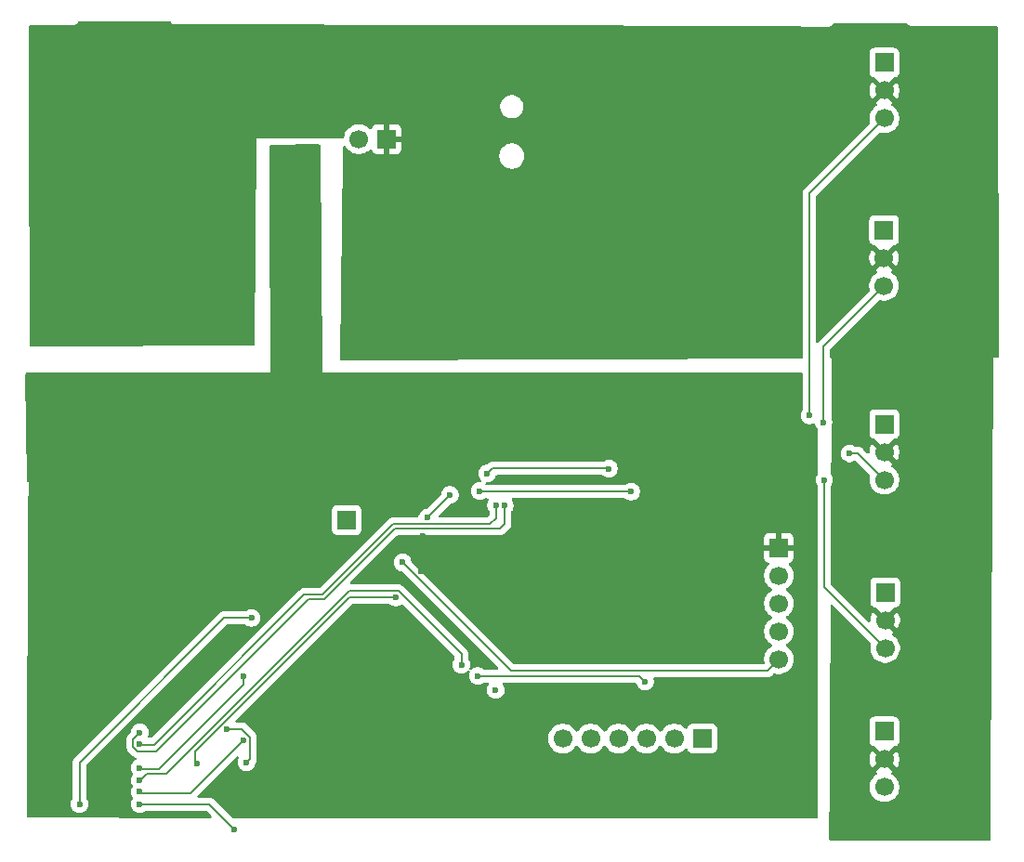
<source format=gbr>
%TF.GenerationSoftware,KiCad,Pcbnew,9.0.4*%
%TF.CreationDate,2025-10-16T20:53:51-05:00*%
%TF.ProjectId,MotorControl,4d6f746f-7243-46f6-9e74-726f6c2e6b69,rev?*%
%TF.SameCoordinates,Original*%
%TF.FileFunction,Copper,L2,Bot*%
%TF.FilePolarity,Positive*%
%FSLAX46Y46*%
G04 Gerber Fmt 4.6, Leading zero omitted, Abs format (unit mm)*
G04 Created by KiCad (PCBNEW 9.0.4) date 2025-10-16 20:53:51*
%MOMM*%
%LPD*%
G01*
G04 APERTURE LIST*
%TA.AperFunction,ComponentPad*%
%ADD10R,1.700000X1.700000*%
%TD*%
%TA.AperFunction,ComponentPad*%
%ADD11C,1.700000*%
%TD*%
%TA.AperFunction,ViaPad*%
%ADD12C,0.600000*%
%TD*%
%TA.AperFunction,ViaPad*%
%ADD13C,1.000000*%
%TD*%
%TA.AperFunction,Conductor*%
%ADD14C,0.200000*%
%TD*%
G04 APERTURE END LIST*
D10*
%TO.P,J3,1,Pin_1*%
%TO.N,GND*%
X156422400Y-74574400D03*
D11*
%TO.P,J3,2,Pin_2*%
%TO.N,5V*%
X156422400Y-77114400D03*
%TO.P,J3,3,Pin_3*%
%TO.N,Net-(J3-Pin_3)*%
X156422400Y-79654400D03*
%TD*%
D10*
%TO.P,J6,1,Pin_1*%
%TO.N,5V*%
X111075000Y-48600000D03*
D11*
%TO.P,J6,2,Pin_2*%
%TO.N,GND*%
X108535000Y-48600000D03*
%TD*%
D10*
%TO.P,J10,1,Pin_1*%
%TO.N,Boot*%
X107442000Y-83312000D03*
%TD*%
%TO.P,J5,1,Pin_1*%
%TO.N,+3.3V*%
X146812000Y-85852000D03*
D11*
%TO.P,J5,2,Pin_2*%
%TO.N,GND*%
X146812000Y-88392000D03*
%TO.P,J5,3,Pin_3*%
%TO.N,SWSCLK*%
X146812000Y-90932000D03*
%TO.P,J5,4,Pin_4*%
%TO.N,SWDIO*%
X146812000Y-93472000D03*
%TO.P,J5,5,Pin_5*%
%TO.N,NRST*%
X146812000Y-96012000D03*
%TD*%
D10*
%TO.P,J1,1,Pin_1*%
%TO.N,GND*%
X156422400Y-41630600D03*
D11*
%TO.P,J1,2,Pin_2*%
%TO.N,5V*%
X156422400Y-44170600D03*
%TO.P,J1,3,Pin_3*%
%TO.N,Motor1PWM*%
X156422400Y-46710600D03*
%TD*%
D10*
%TO.P,J7,1,Pin_1*%
%TO.N,GND*%
X156422400Y-102590600D03*
D11*
%TO.P,J7,2,Pin_2*%
%TO.N,5V*%
X156422400Y-105130600D03*
%TO.P,J7,3,Pin_3*%
%TO.N,Net-(J7-Pin_3)*%
X156422400Y-107670600D03*
%TD*%
D10*
%TO.P,J9,1,Pin_1*%
%TO.N,GND*%
X139830000Y-103240000D03*
D11*
%TO.P,J9,2,Pin_2*%
%TO.N,unconnected-(J9-Pin_2-Pad2)*%
X137290000Y-103240000D03*
%TO.P,J9,3,Pin_3*%
%TO.N,unconnected-(J9-Pin_3-Pad3)*%
X134750000Y-103240000D03*
%TO.P,J9,4,Pin_4*%
%TO.N,Debug_tx*%
X132210000Y-103240000D03*
%TO.P,J9,5,Pin_5*%
%TO.N,Debug_rx*%
X129670000Y-103240000D03*
%TO.P,J9,6,Pin_6*%
%TO.N,unconnected-(J9-Pin_6-Pad6)*%
X127130000Y-103240000D03*
%TD*%
D10*
%TO.P,J2,1,Pin_1*%
%TO.N,GND*%
X156397000Y-56896000D03*
D11*
%TO.P,J2,2,Pin_2*%
%TO.N,5V*%
X156397000Y-59436000D03*
%TO.P,J2,3,Pin_3*%
%TO.N,Net-(J2-Pin_3)*%
X156397000Y-61976000D03*
%TD*%
D10*
%TO.P,J4,1,Pin_1*%
%TO.N,GND*%
X156498600Y-89916000D03*
D11*
%TO.P,J4,2,Pin_2*%
%TO.N,5V*%
X156498600Y-92456000D03*
%TO.P,J4,3,Pin_3*%
%TO.N,Net-(J4-Pin_3)*%
X156498600Y-94996000D03*
%TD*%
D12*
%TO.N,+3.3V*%
X114350800Y-84734400D03*
X127330200Y-90525600D03*
X86500000Y-96627500D03*
X102000000Y-107500000D03*
X136906000Y-83312000D03*
X103610000Y-61780000D03*
X102718300Y-58547400D03*
X89000000Y-96627500D03*
X111404400Y-80213200D03*
X88580000Y-98610000D03*
X114173000Y-87985600D03*
X102718300Y-60500000D03*
%TO.N,5V*%
X127975000Y-49034800D03*
X130110200Y-51800000D03*
X127975000Y-51800000D03*
X96000000Y-58547400D03*
X127975000Y-47534800D03*
X127975000Y-50534800D03*
X127975000Y-45650000D03*
D13*
X93472000Y-58547400D03*
D12*
X132191400Y-52003200D03*
%TO.N,TX*%
X93780000Y-105520000D03*
X111912400Y-90388600D03*
%TO.N,RX*%
X117880600Y-96519200D03*
X88583400Y-107061000D03*
%TO.N,Net-(U1-SDA)*%
X133350000Y-80729200D03*
X119557800Y-80670400D03*
%TO.N,GreenLED*%
X98044000Y-103378000D03*
X88583400Y-108077000D03*
%TO.N,Motor1PWM*%
X149594600Y-73800400D03*
%TO.N,UART_RTS->Board_CTS*%
X119380000Y-97536000D03*
X88583400Y-105918000D03*
X134620000Y-98044000D03*
X98044000Y-97536000D03*
%TO.N,Net-(J2-Pin_3)*%
X150890000Y-74410000D03*
%TO.N,Net-(J3-Pin_3)*%
X153252200Y-77249000D03*
%TO.N,Net-(J4-Pin_3)*%
X150940800Y-79667800D03*
%TO.N,RedLED*%
X88583400Y-109220000D03*
X97190000Y-111510000D03*
%TO.N,Net-(U2-~{RESET})*%
X121005000Y-98825000D03*
X98750000Y-92250000D03*
X83083400Y-109220000D03*
%TO.N,Switch2*%
X88583400Y-102688400D03*
X121830600Y-82000000D03*
%TO.N,NRST*%
X112522000Y-87188600D03*
%TO.N,Switch1*%
X88583400Y-103759000D03*
X121030600Y-81950000D03*
%TO.N,GPIO_J9*%
X98298000Y-105410000D03*
X96520000Y-102362000D03*
%TO.N,MotorControl_SCL*%
X120230000Y-79080000D03*
X131330000Y-78640000D03*
%TO.N,Boot*%
X116840000Y-81026000D03*
X114783000Y-83083000D03*
%TD*%
D14*
%TO.N,TX*%
X93610000Y-105350000D02*
X93610000Y-104422056D01*
X93780000Y-105520000D02*
X93610000Y-105350000D01*
X94016028Y-104016028D02*
X107643457Y-90388600D01*
X93610000Y-104422056D02*
X94016028Y-104016028D01*
X107643457Y-90388600D02*
X111912400Y-90388600D01*
X93780000Y-105520000D02*
X93610000Y-105520000D01*
%TO.N,RX*%
X89184400Y-106487400D02*
X90977557Y-106487400D01*
X117880600Y-95506857D02*
X117880600Y-96519200D01*
X88583400Y-107088400D02*
X89184400Y-106487400D01*
X112161343Y-89787600D02*
X117880600Y-95506857D01*
X90977557Y-106487400D02*
X107677357Y-89787600D01*
X107677357Y-89787600D02*
X112161343Y-89787600D01*
%TO.N,Net-(U1-SDA)*%
X133350000Y-80729200D02*
X119616600Y-80729200D01*
X119616600Y-80729200D02*
X119557800Y-80670400D01*
X119557800Y-80670400D02*
X119507000Y-80619600D01*
%TO.N,GreenLED*%
X88583400Y-108188400D02*
X92118046Y-108188400D01*
X93233600Y-108188400D02*
X98044000Y-103378000D01*
X92118046Y-108188400D02*
X93233600Y-108188400D01*
%TO.N,Motor1PWM*%
X156422400Y-46710600D02*
X149594600Y-53538400D01*
X149594600Y-53538400D02*
X149594600Y-73800400D01*
%TO.N,UART_RTS->Board_CTS*%
X98044000Y-98298000D02*
X98044000Y-97536000D01*
X134112000Y-97536000D02*
X134620000Y-98044000D01*
X88583400Y-105988400D02*
X90353600Y-105988400D01*
X90353600Y-105988400D02*
X98044000Y-98298000D01*
X119380000Y-97536000D02*
X134112000Y-97536000D01*
%TO.N,Net-(J2-Pin_3)*%
X150890000Y-67483000D02*
X156397000Y-61976000D01*
X150890000Y-74410000D02*
X150890000Y-67483000D01*
%TO.N,Net-(J3-Pin_3)*%
X153252200Y-77249000D02*
X154017000Y-77249000D01*
X154017000Y-77249000D02*
X156422400Y-79654400D01*
%TO.N,Net-(J4-Pin_3)*%
X150940800Y-89438200D02*
X156498600Y-94996000D01*
X150940800Y-79667800D02*
X150940800Y-89438200D01*
%TO.N,RedLED*%
X88583400Y-109220000D02*
X94900000Y-109220000D01*
X94900000Y-109220000D02*
X97190000Y-111510000D01*
%TO.N,Net-(U2-~{RESET})*%
X121005000Y-98825000D02*
X121020000Y-98810000D01*
X83083400Y-109288400D02*
X83083400Y-105416600D01*
X96250000Y-92250000D02*
X98750000Y-92250000D01*
X83083400Y-105416600D02*
X96250000Y-92250000D01*
%TO.N,Switch2*%
X121830600Y-82000000D02*
X121830600Y-83669400D01*
X105373043Y-90532000D02*
X103932315Y-90532000D01*
X111805043Y-84100000D02*
X105373043Y-90532000D01*
X121830600Y-83669400D02*
X121400000Y-84100000D01*
X90074915Y-104389400D02*
X88334457Y-104389400D01*
X87982400Y-104037343D02*
X87982400Y-103289400D01*
X103932315Y-90532000D02*
X90074915Y-104389400D01*
X88334457Y-104389400D02*
X87982400Y-104037343D01*
X87982400Y-103289400D02*
X88583400Y-102688400D01*
X121400000Y-84100000D02*
X111805043Y-84100000D01*
%TO.N,NRST*%
X146812000Y-96012000D02*
X145777200Y-97046800D01*
X142494000Y-97046800D02*
X122380200Y-97046800D01*
X145777200Y-97046800D02*
X142494000Y-97046800D01*
X122380200Y-97046800D02*
X112522000Y-87188600D01*
%TO.N,Switch1*%
X103766215Y-90131000D02*
X103765215Y-90132000D01*
X121030600Y-83144400D02*
X120476000Y-83699000D01*
X89890229Y-103788400D02*
X88583400Y-103788400D01*
X121030600Y-81950000D02*
X121030600Y-83144400D01*
X105206943Y-90131000D02*
X103766215Y-90131000D01*
X120476000Y-83699000D02*
X111638943Y-83699000D01*
X103765215Y-90132000D02*
X103546629Y-90132000D01*
X111638943Y-83699000D02*
X105206943Y-90131000D01*
X103546629Y-90132000D02*
X89890229Y-103788400D01*
%TO.N,GPIO_J9*%
X97877943Y-102362000D02*
X96520000Y-102362000D01*
X98645000Y-105063000D02*
X98645000Y-103129057D01*
X98298000Y-105410000D02*
X98645000Y-105063000D01*
X98645000Y-103129057D02*
X97877943Y-102362000D01*
%TO.N,MotorControl_SCL*%
X120680000Y-78630000D02*
X120230000Y-79080000D01*
X131340000Y-78630000D02*
X131330000Y-78640000D01*
X131340000Y-78630000D02*
X120680000Y-78630000D01*
%TO.N,Boot*%
X114783000Y-83083000D02*
X116840000Y-81026000D01*
%TD*%
%TA.AperFunction,Conductor*%
%TO.N,5V*%
G36*
X158420175Y-38017220D02*
G01*
X158461822Y-38060381D01*
X158474400Y-38082184D01*
X158477969Y-38086837D01*
X158481585Y-38091334D01*
X158524054Y-38131916D01*
X158525088Y-38132904D01*
X158567559Y-38175402D01*
X158572624Y-38178328D01*
X158576855Y-38182371D01*
X158576861Y-38182375D01*
X158576865Y-38182379D01*
X158595864Y-38192780D01*
X158628342Y-38210560D01*
X158630826Y-38211956D01*
X158681666Y-38241331D01*
X158681672Y-38241332D01*
X158687064Y-38243568D01*
X158692456Y-38245659D01*
X158692458Y-38245659D01*
X158692461Y-38245661D01*
X158750872Y-38259897D01*
X158808949Y-38275479D01*
X158814805Y-38275480D01*
X158820497Y-38276868D01*
X158879211Y-38275532D01*
X158881990Y-38275501D01*
X166663067Y-38277970D01*
X166730099Y-38297676D01*
X166775837Y-38350494D01*
X166787026Y-38401655D01*
X166863113Y-68396618D01*
X166843598Y-68463708D01*
X166790910Y-68509596D01*
X166739712Y-68520932D01*
X166363185Y-68522751D01*
X151630786Y-68593906D01*
X151630787Y-68593906D01*
X151615097Y-68593981D01*
X151547964Y-68574620D01*
X151501955Y-68522038D01*
X151490500Y-68469983D01*
X151490500Y-67783096D01*
X151510185Y-67716057D01*
X151526814Y-67695420D01*
X155912478Y-63309755D01*
X155973799Y-63276272D01*
X156038473Y-63279506D01*
X156080757Y-63293246D01*
X156290713Y-63326500D01*
X156290714Y-63326500D01*
X156503286Y-63326500D01*
X156503287Y-63326500D01*
X156713243Y-63293246D01*
X156915412Y-63227557D01*
X157104816Y-63131051D01*
X157126789Y-63115086D01*
X157276786Y-63006109D01*
X157276788Y-63006106D01*
X157276792Y-63006104D01*
X157427104Y-62855792D01*
X157427106Y-62855788D01*
X157427109Y-62855786D01*
X157552048Y-62683820D01*
X157552047Y-62683820D01*
X157552051Y-62683816D01*
X157648557Y-62494412D01*
X157714246Y-62292243D01*
X157747500Y-62082287D01*
X157747500Y-61869713D01*
X157714246Y-61659757D01*
X157648557Y-61457588D01*
X157552051Y-61268184D01*
X157552049Y-61268181D01*
X157552048Y-61268179D01*
X157427109Y-61096213D01*
X157276786Y-60945890D01*
X157104817Y-60820949D01*
X157095504Y-60816204D01*
X157044707Y-60768230D01*
X157027912Y-60700409D01*
X157050449Y-60634274D01*
X157095507Y-60595232D01*
X157104555Y-60590622D01*
X157158716Y-60551270D01*
X157158717Y-60551270D01*
X156526408Y-59918962D01*
X156589993Y-59901925D01*
X156704007Y-59836099D01*
X156797099Y-59743007D01*
X156862925Y-59628993D01*
X156879962Y-59565408D01*
X157512270Y-60197717D01*
X157512270Y-60197716D01*
X157551622Y-60143554D01*
X157648095Y-59954217D01*
X157713757Y-59752130D01*
X157713757Y-59752127D01*
X157747000Y-59542246D01*
X157747000Y-59329753D01*
X157713757Y-59119872D01*
X157713757Y-59119869D01*
X157648095Y-58917782D01*
X157551624Y-58728449D01*
X157512270Y-58674282D01*
X157512269Y-58674282D01*
X156879962Y-59306590D01*
X156862925Y-59243007D01*
X156797099Y-59128993D01*
X156704007Y-59035901D01*
X156589993Y-58970075D01*
X156526409Y-58953037D01*
X157196627Y-58282818D01*
X157257950Y-58249333D01*
X157284307Y-58246499D01*
X157294872Y-58246499D01*
X157354483Y-58240091D01*
X157489331Y-58189796D01*
X157604546Y-58103546D01*
X157690796Y-57988331D01*
X157741091Y-57853483D01*
X157747500Y-57793873D01*
X157747499Y-55998128D01*
X157741091Y-55938517D01*
X157690796Y-55803669D01*
X157690795Y-55803668D01*
X157690793Y-55803664D01*
X157604547Y-55688455D01*
X157604544Y-55688452D01*
X157489335Y-55602206D01*
X157489328Y-55602202D01*
X157354482Y-55551908D01*
X157354483Y-55551908D01*
X157294883Y-55545501D01*
X157294881Y-55545500D01*
X157294873Y-55545500D01*
X157294864Y-55545500D01*
X155499129Y-55545500D01*
X155499123Y-55545501D01*
X155439516Y-55551908D01*
X155304671Y-55602202D01*
X155304664Y-55602206D01*
X155189455Y-55688452D01*
X155189452Y-55688455D01*
X155103206Y-55803664D01*
X155103202Y-55803671D01*
X155052908Y-55938517D01*
X155046501Y-55998116D01*
X155046501Y-55998123D01*
X155046500Y-55998135D01*
X155046500Y-57793870D01*
X155046501Y-57793876D01*
X155052908Y-57853483D01*
X155103202Y-57988328D01*
X155103206Y-57988335D01*
X155189452Y-58103544D01*
X155189455Y-58103547D01*
X155304664Y-58189793D01*
X155304671Y-58189797D01*
X155349618Y-58206561D01*
X155439517Y-58240091D01*
X155499127Y-58246500D01*
X155509685Y-58246499D01*
X155576723Y-58266179D01*
X155597372Y-58282818D01*
X156267591Y-58953037D01*
X156204007Y-58970075D01*
X156089993Y-59035901D01*
X155996901Y-59128993D01*
X155931075Y-59243007D01*
X155914037Y-59306591D01*
X155281728Y-58674282D01*
X155281727Y-58674282D01*
X155242380Y-58728439D01*
X155145904Y-58917782D01*
X155080242Y-59119869D01*
X155080242Y-59119872D01*
X155047000Y-59329753D01*
X155047000Y-59542246D01*
X155080242Y-59752127D01*
X155080242Y-59752130D01*
X155145904Y-59954217D01*
X155242375Y-60143550D01*
X155281728Y-60197716D01*
X155914037Y-59565408D01*
X155931075Y-59628993D01*
X155996901Y-59743007D01*
X156089993Y-59836099D01*
X156204007Y-59901925D01*
X156267590Y-59918962D01*
X155635282Y-60551269D01*
X155635282Y-60551270D01*
X155689452Y-60590626D01*
X155689451Y-60590626D01*
X155698495Y-60595234D01*
X155749292Y-60643208D01*
X155766087Y-60711029D01*
X155743550Y-60777164D01*
X155698499Y-60816202D01*
X155689182Y-60820949D01*
X155517213Y-60945890D01*
X155366890Y-61096213D01*
X155241951Y-61268179D01*
X155145444Y-61457585D01*
X155079753Y-61659760D01*
X155046500Y-61869713D01*
X155046500Y-62082286D01*
X155079754Y-62292244D01*
X155079754Y-62292247D01*
X155093491Y-62334523D01*
X155095486Y-62404364D01*
X155063241Y-62460522D01*
X150521286Y-67002478D01*
X150406781Y-67116983D01*
X150345458Y-67150468D01*
X150275766Y-67145484D01*
X150219833Y-67103612D01*
X150195416Y-67038148D01*
X150195100Y-67029302D01*
X150195100Y-53838496D01*
X150214785Y-53771457D01*
X150231414Y-53750820D01*
X155937878Y-48044355D01*
X155999199Y-48010872D01*
X156063873Y-48014106D01*
X156106157Y-48027846D01*
X156316113Y-48061100D01*
X156316114Y-48061100D01*
X156528686Y-48061100D01*
X156528687Y-48061100D01*
X156738643Y-48027846D01*
X156940812Y-47962157D01*
X157130216Y-47865651D01*
X157152189Y-47849686D01*
X157302186Y-47740709D01*
X157302188Y-47740706D01*
X157302192Y-47740704D01*
X157452504Y-47590392D01*
X157452506Y-47590388D01*
X157452509Y-47590386D01*
X157577448Y-47418420D01*
X157577447Y-47418420D01*
X157577451Y-47418416D01*
X157673957Y-47229012D01*
X157739646Y-47026843D01*
X157772900Y-46816887D01*
X157772900Y-46604313D01*
X157739646Y-46394357D01*
X157673957Y-46192188D01*
X157577451Y-46002784D01*
X157577449Y-46002781D01*
X157577448Y-46002779D01*
X157452509Y-45830813D01*
X157302186Y-45680490D01*
X157130217Y-45555549D01*
X157120904Y-45550804D01*
X157070107Y-45502830D01*
X157053312Y-45435009D01*
X157075849Y-45368874D01*
X157120907Y-45329832D01*
X157129955Y-45325222D01*
X157184116Y-45285870D01*
X157184117Y-45285870D01*
X156551808Y-44653562D01*
X156615393Y-44636525D01*
X156729407Y-44570699D01*
X156822499Y-44477607D01*
X156888325Y-44363593D01*
X156905362Y-44300008D01*
X157537670Y-44932317D01*
X157537670Y-44932316D01*
X157577022Y-44878154D01*
X157673495Y-44688817D01*
X157739157Y-44486730D01*
X157739157Y-44486727D01*
X157772400Y-44276846D01*
X157772400Y-44064353D01*
X157739157Y-43854472D01*
X157739157Y-43854469D01*
X157673495Y-43652382D01*
X157577024Y-43463049D01*
X157537670Y-43408882D01*
X157537669Y-43408882D01*
X156905362Y-44041190D01*
X156888325Y-43977607D01*
X156822499Y-43863593D01*
X156729407Y-43770501D01*
X156615393Y-43704675D01*
X156551809Y-43687637D01*
X157222027Y-43017418D01*
X157283350Y-42983933D01*
X157309707Y-42981099D01*
X157320272Y-42981099D01*
X157379883Y-42974691D01*
X157514731Y-42924396D01*
X157629946Y-42838146D01*
X157716196Y-42722931D01*
X157766491Y-42588083D01*
X157772900Y-42528473D01*
X157772899Y-40732728D01*
X157766491Y-40673117D01*
X157716196Y-40538269D01*
X157716195Y-40538268D01*
X157716193Y-40538264D01*
X157629947Y-40423055D01*
X157629944Y-40423052D01*
X157514735Y-40336806D01*
X157514728Y-40336802D01*
X157379882Y-40286508D01*
X157379883Y-40286508D01*
X157320283Y-40280101D01*
X157320281Y-40280100D01*
X157320273Y-40280100D01*
X157320264Y-40280100D01*
X155524529Y-40280100D01*
X155524523Y-40280101D01*
X155464916Y-40286508D01*
X155330071Y-40336802D01*
X155330064Y-40336806D01*
X155214855Y-40423052D01*
X155214852Y-40423055D01*
X155128606Y-40538264D01*
X155128602Y-40538271D01*
X155078308Y-40673117D01*
X155071901Y-40732716D01*
X155071901Y-40732723D01*
X155071900Y-40732735D01*
X155071900Y-42528470D01*
X155071901Y-42528476D01*
X155078308Y-42588083D01*
X155128602Y-42722928D01*
X155128606Y-42722935D01*
X155214852Y-42838144D01*
X155214855Y-42838147D01*
X155330064Y-42924393D01*
X155330071Y-42924397D01*
X155375018Y-42941161D01*
X155464917Y-42974691D01*
X155524527Y-42981100D01*
X155535085Y-42981099D01*
X155602123Y-43000779D01*
X155622772Y-43017418D01*
X156292991Y-43687637D01*
X156229407Y-43704675D01*
X156115393Y-43770501D01*
X156022301Y-43863593D01*
X155956475Y-43977607D01*
X155939437Y-44041191D01*
X155307128Y-43408882D01*
X155307127Y-43408882D01*
X155267780Y-43463039D01*
X155171304Y-43652382D01*
X155105642Y-43854469D01*
X155105642Y-43854472D01*
X155072400Y-44064353D01*
X155072400Y-44276846D01*
X155105642Y-44486727D01*
X155105642Y-44486730D01*
X155171304Y-44688817D01*
X155267775Y-44878150D01*
X155307128Y-44932316D01*
X155939437Y-44300008D01*
X155956475Y-44363593D01*
X156022301Y-44477607D01*
X156115393Y-44570699D01*
X156229407Y-44636525D01*
X156292990Y-44653562D01*
X155660682Y-45285869D01*
X155660682Y-45285870D01*
X155714852Y-45325226D01*
X155714851Y-45325226D01*
X155723895Y-45329834D01*
X155774692Y-45377808D01*
X155791487Y-45445629D01*
X155768950Y-45511764D01*
X155723899Y-45550802D01*
X155714582Y-45555549D01*
X155542613Y-45680490D01*
X155392290Y-45830813D01*
X155267351Y-46002779D01*
X155170844Y-46192185D01*
X155105153Y-46394360D01*
X155071900Y-46604313D01*
X155071900Y-46816886D01*
X155105154Y-47026844D01*
X155105154Y-47026847D01*
X155118891Y-47069123D01*
X155120886Y-47138964D01*
X155088641Y-47195122D01*
X149225886Y-53057878D01*
X149114081Y-53169682D01*
X149114079Y-53169685D01*
X149063961Y-53256494D01*
X149063959Y-53256496D01*
X149035025Y-53306609D01*
X149035024Y-53306610D01*
X149035023Y-53306615D01*
X148994099Y-53459343D01*
X148994099Y-53459345D01*
X148994099Y-53627446D01*
X148994100Y-53627459D01*
X148994100Y-68483237D01*
X148974415Y-68550276D01*
X148921611Y-68596031D01*
X148870699Y-68607236D01*
X106996562Y-68809481D01*
X106929428Y-68790120D01*
X106883419Y-68737538D01*
X106871972Y-68683954D01*
X106873081Y-68593982D01*
X107101444Y-50059448D01*
X121324500Y-50059448D01*
X121324500Y-50240551D01*
X121352829Y-50419410D01*
X121408787Y-50591636D01*
X121408788Y-50591639D01*
X121491006Y-50752997D01*
X121597441Y-50899494D01*
X121597445Y-50899499D01*
X121725500Y-51027554D01*
X121725505Y-51027558D01*
X121853287Y-51120396D01*
X121872006Y-51133996D01*
X121977484Y-51187740D01*
X122033360Y-51216211D01*
X122033363Y-51216212D01*
X122119476Y-51244191D01*
X122205591Y-51272171D01*
X122288429Y-51285291D01*
X122384449Y-51300500D01*
X122384454Y-51300500D01*
X122565551Y-51300500D01*
X122652259Y-51286765D01*
X122744409Y-51272171D01*
X122916639Y-51216211D01*
X123077994Y-51133996D01*
X123224501Y-51027553D01*
X123352553Y-50899501D01*
X123458996Y-50752994D01*
X123541211Y-50591639D01*
X123597171Y-50419409D01*
X123611765Y-50327259D01*
X123625500Y-50240551D01*
X123625500Y-50059448D01*
X123606327Y-49938400D01*
X123597171Y-49880591D01*
X123541211Y-49708361D01*
X123541211Y-49708360D01*
X123501337Y-49630104D01*
X123458996Y-49547006D01*
X123445396Y-49528287D01*
X123352558Y-49400505D01*
X123352554Y-49400500D01*
X123224499Y-49272445D01*
X123224494Y-49272441D01*
X123077997Y-49166006D01*
X123077996Y-49166005D01*
X123077994Y-49166004D01*
X123026300Y-49139664D01*
X122916639Y-49083788D01*
X122916636Y-49083787D01*
X122744410Y-49027829D01*
X122565551Y-48999500D01*
X122565546Y-48999500D01*
X122384454Y-48999500D01*
X122384449Y-48999500D01*
X122205589Y-49027829D01*
X122033363Y-49083787D01*
X122033360Y-49083788D01*
X121872002Y-49166006D01*
X121725505Y-49272441D01*
X121725500Y-49272445D01*
X121597445Y-49400500D01*
X121597441Y-49400505D01*
X121491006Y-49547002D01*
X121408788Y-49708360D01*
X121408787Y-49708363D01*
X121352829Y-49880589D01*
X121324500Y-50059448D01*
X107101444Y-50059448D01*
X107110867Y-49294659D01*
X107131375Y-49227871D01*
X107184739Y-49182771D01*
X107254015Y-49173680D01*
X107317208Y-49203486D01*
X107345342Y-49239896D01*
X107373245Y-49294659D01*
X107379951Y-49307819D01*
X107504890Y-49479786D01*
X107655213Y-49630109D01*
X107827179Y-49755048D01*
X107827181Y-49755049D01*
X107827184Y-49755051D01*
X108016588Y-49851557D01*
X108218757Y-49917246D01*
X108428713Y-49950500D01*
X108428714Y-49950500D01*
X108641286Y-49950500D01*
X108641287Y-49950500D01*
X108851243Y-49917246D01*
X109053412Y-49851557D01*
X109242816Y-49755051D01*
X109329478Y-49692088D01*
X109414784Y-49630110D01*
X109414784Y-49630109D01*
X109414792Y-49630104D01*
X109528717Y-49516178D01*
X109590036Y-49482696D01*
X109659728Y-49487680D01*
X109715662Y-49529551D01*
X109732577Y-49560528D01*
X109781646Y-49692088D01*
X109781649Y-49692093D01*
X109867809Y-49807187D01*
X109867812Y-49807190D01*
X109982906Y-49893350D01*
X109982913Y-49893354D01*
X110117620Y-49943596D01*
X110117627Y-49943598D01*
X110177155Y-49949999D01*
X110177172Y-49950000D01*
X110825000Y-49950000D01*
X110825000Y-49033012D01*
X110882007Y-49065925D01*
X111009174Y-49100000D01*
X111140826Y-49100000D01*
X111267993Y-49065925D01*
X111325000Y-49033012D01*
X111325000Y-49950000D01*
X111972828Y-49950000D01*
X111972844Y-49949999D01*
X112032372Y-49943598D01*
X112032379Y-49943596D01*
X112046313Y-49938400D01*
X112167086Y-49893354D01*
X112167093Y-49893350D01*
X112282187Y-49807190D01*
X112282190Y-49807187D01*
X112368350Y-49692093D01*
X112368354Y-49692086D01*
X112418596Y-49557379D01*
X112418598Y-49557372D01*
X112424999Y-49497844D01*
X112425000Y-49497827D01*
X112425000Y-48850000D01*
X111508012Y-48850000D01*
X111540925Y-48792993D01*
X111575000Y-48665826D01*
X111575000Y-48581512D01*
X146087266Y-48728821D01*
X146415700Y-38330405D01*
X151294293Y-38346483D01*
X151356158Y-38347685D01*
X151360138Y-38346700D01*
X151364229Y-38346714D01*
X151364229Y-38346713D01*
X151364242Y-38346714D01*
X151424051Y-38330899D01*
X151484090Y-38316056D01*
X151487680Y-38314075D01*
X151491648Y-38313026D01*
X151545335Y-38282265D01*
X151599477Y-38252394D01*
X151602427Y-38249554D01*
X151605982Y-38247518D01*
X151605986Y-38247514D01*
X151605993Y-38247511D01*
X151649886Y-38203904D01*
X151694455Y-38161035D01*
X151696574Y-38157523D01*
X151699485Y-38154632D01*
X151708076Y-38139863D01*
X151758800Y-38091816D01*
X151813738Y-38078227D01*
X158352905Y-37998356D01*
X158420175Y-38017220D01*
G37*
%TD.AperFunction*%
%TD*%
%TA.AperFunction,Conductor*%
%TO.N,+3.3V*%
G36*
X148937095Y-69877693D02*
G01*
X148982872Y-69930477D01*
X148994100Y-69982037D01*
X148994100Y-73220634D01*
X148974415Y-73287673D01*
X148973202Y-73289525D01*
X148885209Y-73421214D01*
X148885202Y-73421227D01*
X148824864Y-73566898D01*
X148824861Y-73566910D01*
X148794100Y-73721553D01*
X148794100Y-73879246D01*
X148824861Y-74033889D01*
X148824864Y-74033901D01*
X148885202Y-74179572D01*
X148885209Y-74179585D01*
X148972810Y-74310688D01*
X148972813Y-74310692D01*
X149084307Y-74422186D01*
X149084311Y-74422189D01*
X149215414Y-74509790D01*
X149215427Y-74509797D01*
X149361098Y-74570135D01*
X149361103Y-74570137D01*
X149515753Y-74600899D01*
X149515756Y-74600900D01*
X149515758Y-74600900D01*
X149673444Y-74600900D01*
X149673445Y-74600899D01*
X149828097Y-74570137D01*
X149889111Y-74544864D01*
X149944949Y-74521736D01*
X150014418Y-74514267D01*
X150076897Y-74545542D01*
X150112549Y-74605631D01*
X150114018Y-74612104D01*
X150120262Y-74643492D01*
X150120264Y-74643501D01*
X150180602Y-74789172D01*
X150180609Y-74789185D01*
X150268209Y-74920287D01*
X150268210Y-74920288D01*
X150268211Y-74920289D01*
X150343982Y-74996060D01*
X150377466Y-75057381D01*
X150380300Y-75083740D01*
X150380300Y-79044859D01*
X150360615Y-79111898D01*
X150343981Y-79132540D01*
X150319013Y-79157507D01*
X150319010Y-79157511D01*
X150231409Y-79288614D01*
X150231402Y-79288627D01*
X150171064Y-79434298D01*
X150171061Y-79434310D01*
X150140300Y-79588953D01*
X150140300Y-79746646D01*
X150171061Y-79901289D01*
X150171064Y-79901301D01*
X150231402Y-80046972D01*
X150231409Y-80046985D01*
X150319402Y-80178674D01*
X150340280Y-80245351D01*
X150340300Y-80247565D01*
X150340300Y-89351530D01*
X150340299Y-89351548D01*
X150340299Y-89359143D01*
X150340299Y-89517257D01*
X150349479Y-89551516D01*
X150376075Y-89650772D01*
X150380300Y-89682866D01*
X150380300Y-110363590D01*
X150360615Y-110430629D01*
X150307811Y-110476384D01*
X150256273Y-110487590D01*
X97056702Y-110476132D01*
X96989667Y-110456433D01*
X96969048Y-110439813D01*
X95387590Y-108858355D01*
X95387588Y-108858352D01*
X95268717Y-108739481D01*
X95268716Y-108739480D01*
X95181904Y-108689360D01*
X95181904Y-108689359D01*
X95181900Y-108689358D01*
X95131785Y-108660423D01*
X94979057Y-108619499D01*
X94820943Y-108619499D01*
X94813347Y-108619499D01*
X94813331Y-108619500D01*
X93951096Y-108619500D01*
X93884057Y-108599815D01*
X93838302Y-108547011D01*
X93828358Y-108477853D01*
X93857383Y-108414297D01*
X93863415Y-108407819D01*
X95853696Y-106417538D01*
X97399507Y-104871726D01*
X97460829Y-104838243D01*
X97530521Y-104843227D01*
X97586454Y-104885099D01*
X97610871Y-104950563D01*
X97596019Y-105018836D01*
X97590294Y-105028292D01*
X97588613Y-105030808D01*
X97588602Y-105030827D01*
X97528264Y-105176498D01*
X97528261Y-105176510D01*
X97497500Y-105331153D01*
X97497500Y-105488846D01*
X97528261Y-105643489D01*
X97528264Y-105643501D01*
X97588602Y-105789172D01*
X97588609Y-105789185D01*
X97676210Y-105920288D01*
X97676213Y-105920292D01*
X97787707Y-106031786D01*
X97787711Y-106031789D01*
X97918814Y-106119390D01*
X97918827Y-106119397D01*
X98064498Y-106179735D01*
X98064503Y-106179737D01*
X98219153Y-106210499D01*
X98219156Y-106210500D01*
X98219158Y-106210500D01*
X98376844Y-106210500D01*
X98376845Y-106210499D01*
X98531497Y-106179737D01*
X98677179Y-106119394D01*
X98808289Y-106031789D01*
X98919789Y-105920289D01*
X99007394Y-105789179D01*
X99067737Y-105643497D01*
X99088557Y-105538827D01*
X99098744Y-105487617D01*
X99100336Y-105483468D01*
X99100251Y-105480992D01*
X99105160Y-105470902D01*
X99113798Y-105448401D01*
X99121089Y-105436146D01*
X99125520Y-105431716D01*
X99183701Y-105330943D01*
X99204577Y-105294785D01*
X99245500Y-105142057D01*
X99245500Y-104983943D01*
X99245500Y-103133713D01*
X125779500Y-103133713D01*
X125779500Y-103346287D01*
X125783012Y-103368460D01*
X125812753Y-103556239D01*
X125878444Y-103758414D01*
X125974951Y-103947820D01*
X126099890Y-104119786D01*
X126250213Y-104270109D01*
X126422179Y-104395048D01*
X126422181Y-104395049D01*
X126422184Y-104395051D01*
X126611588Y-104491557D01*
X126813757Y-104557246D01*
X127023713Y-104590500D01*
X127023714Y-104590500D01*
X127236286Y-104590500D01*
X127236287Y-104590500D01*
X127446243Y-104557246D01*
X127648412Y-104491557D01*
X127837816Y-104395051D01*
X127924138Y-104332335D01*
X128009786Y-104270109D01*
X128009788Y-104270106D01*
X128009792Y-104270104D01*
X128160104Y-104119792D01*
X128160106Y-104119788D01*
X128160109Y-104119786D01*
X128285048Y-103947820D01*
X128285047Y-103947820D01*
X128285051Y-103947816D01*
X128289514Y-103939054D01*
X128337488Y-103888259D01*
X128405308Y-103871463D01*
X128471444Y-103893999D01*
X128510486Y-103939056D01*
X128514951Y-103947820D01*
X128639890Y-104119786D01*
X128790213Y-104270109D01*
X128962179Y-104395048D01*
X128962181Y-104395049D01*
X128962184Y-104395051D01*
X129151588Y-104491557D01*
X129353757Y-104557246D01*
X129563713Y-104590500D01*
X129563714Y-104590500D01*
X129776286Y-104590500D01*
X129776287Y-104590500D01*
X129986243Y-104557246D01*
X130188412Y-104491557D01*
X130377816Y-104395051D01*
X130464138Y-104332335D01*
X130549786Y-104270109D01*
X130549788Y-104270106D01*
X130549792Y-104270104D01*
X130700104Y-104119792D01*
X130700106Y-104119788D01*
X130700109Y-104119786D01*
X130825048Y-103947820D01*
X130825047Y-103947820D01*
X130825051Y-103947816D01*
X130829514Y-103939054D01*
X130877488Y-103888259D01*
X130945308Y-103871463D01*
X131011444Y-103893999D01*
X131050486Y-103939056D01*
X131054951Y-103947820D01*
X131179890Y-104119786D01*
X131330213Y-104270109D01*
X131502179Y-104395048D01*
X131502181Y-104395049D01*
X131502184Y-104395051D01*
X131691588Y-104491557D01*
X131893757Y-104557246D01*
X132103713Y-104590500D01*
X132103714Y-104590500D01*
X132316286Y-104590500D01*
X132316287Y-104590500D01*
X132526243Y-104557246D01*
X132728412Y-104491557D01*
X132917816Y-104395051D01*
X133004138Y-104332335D01*
X133089786Y-104270109D01*
X133089788Y-104270106D01*
X133089792Y-104270104D01*
X133240104Y-104119792D01*
X133240106Y-104119788D01*
X133240109Y-104119786D01*
X133365048Y-103947820D01*
X133365047Y-103947820D01*
X133365051Y-103947816D01*
X133369514Y-103939054D01*
X133417488Y-103888259D01*
X133485308Y-103871463D01*
X133551444Y-103893999D01*
X133590486Y-103939056D01*
X133594951Y-103947820D01*
X133719890Y-104119786D01*
X133870213Y-104270109D01*
X134042179Y-104395048D01*
X134042181Y-104395049D01*
X134042184Y-104395051D01*
X134231588Y-104491557D01*
X134433757Y-104557246D01*
X134643713Y-104590500D01*
X134643714Y-104590500D01*
X134856286Y-104590500D01*
X134856287Y-104590500D01*
X135066243Y-104557246D01*
X135268412Y-104491557D01*
X135457816Y-104395051D01*
X135544138Y-104332335D01*
X135629786Y-104270109D01*
X135629788Y-104270106D01*
X135629792Y-104270104D01*
X135780104Y-104119792D01*
X135780106Y-104119788D01*
X135780109Y-104119786D01*
X135905048Y-103947820D01*
X135905047Y-103947820D01*
X135905051Y-103947816D01*
X135909514Y-103939054D01*
X135957488Y-103888259D01*
X136025308Y-103871463D01*
X136091444Y-103893999D01*
X136130486Y-103939056D01*
X136134951Y-103947820D01*
X136259890Y-104119786D01*
X136410213Y-104270109D01*
X136582179Y-104395048D01*
X136582181Y-104395049D01*
X136582184Y-104395051D01*
X136771588Y-104491557D01*
X136973757Y-104557246D01*
X137183713Y-104590500D01*
X137183714Y-104590500D01*
X137396286Y-104590500D01*
X137396287Y-104590500D01*
X137606243Y-104557246D01*
X137808412Y-104491557D01*
X137997816Y-104395051D01*
X138092603Y-104326185D01*
X138169784Y-104270110D01*
X138169784Y-104270109D01*
X138169792Y-104270104D01*
X138283329Y-104156566D01*
X138344648Y-104123084D01*
X138414340Y-104128068D01*
X138470274Y-104169939D01*
X138487189Y-104200917D01*
X138536202Y-104332328D01*
X138536206Y-104332335D01*
X138622452Y-104447544D01*
X138622455Y-104447547D01*
X138737664Y-104533793D01*
X138737671Y-104533797D01*
X138872517Y-104584091D01*
X138872516Y-104584091D01*
X138879444Y-104584835D01*
X138932127Y-104590500D01*
X140727872Y-104590499D01*
X140787483Y-104584091D01*
X140922331Y-104533796D01*
X141037546Y-104447546D01*
X141123796Y-104332331D01*
X141174091Y-104197483D01*
X141180500Y-104137873D01*
X141180499Y-102342128D01*
X141174091Y-102282517D01*
X141172810Y-102279083D01*
X141123797Y-102147671D01*
X141123793Y-102147664D01*
X141037547Y-102032455D01*
X141037544Y-102032452D01*
X140922335Y-101946206D01*
X140922328Y-101946202D01*
X140787482Y-101895908D01*
X140787483Y-101895908D01*
X140727883Y-101889501D01*
X140727881Y-101889500D01*
X140727873Y-101889500D01*
X140727864Y-101889500D01*
X138932129Y-101889500D01*
X138932123Y-101889501D01*
X138872516Y-101895908D01*
X138737671Y-101946202D01*
X138737664Y-101946206D01*
X138622455Y-102032452D01*
X138622452Y-102032455D01*
X138536206Y-102147664D01*
X138536203Y-102147669D01*
X138487189Y-102279083D01*
X138445317Y-102335016D01*
X138379853Y-102359433D01*
X138311580Y-102344581D01*
X138283326Y-102323430D01*
X138169786Y-102209890D01*
X137997820Y-102084951D01*
X137808414Y-101988444D01*
X137808413Y-101988443D01*
X137808412Y-101988443D01*
X137606243Y-101922754D01*
X137606241Y-101922753D01*
X137606240Y-101922753D01*
X137444957Y-101897208D01*
X137396287Y-101889500D01*
X137183713Y-101889500D01*
X137135042Y-101897208D01*
X136973760Y-101922753D01*
X136771585Y-101988444D01*
X136582179Y-102084951D01*
X136410213Y-102209890D01*
X136259890Y-102360213D01*
X136134949Y-102532182D01*
X136130484Y-102540946D01*
X136082509Y-102591742D01*
X136014688Y-102608536D01*
X135948553Y-102585998D01*
X135909516Y-102540946D01*
X135905050Y-102532182D01*
X135780109Y-102360213D01*
X135629786Y-102209890D01*
X135457820Y-102084951D01*
X135268414Y-101988444D01*
X135268413Y-101988443D01*
X135268412Y-101988443D01*
X135066243Y-101922754D01*
X135066241Y-101922753D01*
X135066240Y-101922753D01*
X134904957Y-101897208D01*
X134856287Y-101889500D01*
X134643713Y-101889500D01*
X134595042Y-101897208D01*
X134433760Y-101922753D01*
X134231585Y-101988444D01*
X134042179Y-102084951D01*
X133870213Y-102209890D01*
X133719890Y-102360213D01*
X133594949Y-102532182D01*
X133590484Y-102540946D01*
X133542509Y-102591742D01*
X133474688Y-102608536D01*
X133408553Y-102585998D01*
X133369516Y-102540946D01*
X133365050Y-102532182D01*
X133240109Y-102360213D01*
X133089786Y-102209890D01*
X132917820Y-102084951D01*
X132728414Y-101988444D01*
X132728413Y-101988443D01*
X132728412Y-101988443D01*
X132526243Y-101922754D01*
X132526241Y-101922753D01*
X132526240Y-101922753D01*
X132364957Y-101897208D01*
X132316287Y-101889500D01*
X132103713Y-101889500D01*
X132055042Y-101897208D01*
X131893760Y-101922753D01*
X131691585Y-101988444D01*
X131502179Y-102084951D01*
X131330213Y-102209890D01*
X131179890Y-102360213D01*
X131054949Y-102532182D01*
X131050484Y-102540946D01*
X131002509Y-102591742D01*
X130934688Y-102608536D01*
X130868553Y-102585998D01*
X130829516Y-102540946D01*
X130825050Y-102532182D01*
X130700109Y-102360213D01*
X130549786Y-102209890D01*
X130377820Y-102084951D01*
X130188414Y-101988444D01*
X130188413Y-101988443D01*
X130188412Y-101988443D01*
X129986243Y-101922754D01*
X129986241Y-101922753D01*
X129986240Y-101922753D01*
X129824957Y-101897208D01*
X129776287Y-101889500D01*
X129563713Y-101889500D01*
X129515042Y-101897208D01*
X129353760Y-101922753D01*
X129151585Y-101988444D01*
X128962179Y-102084951D01*
X128790213Y-102209890D01*
X128639890Y-102360213D01*
X128514949Y-102532182D01*
X128510484Y-102540946D01*
X128462509Y-102591742D01*
X128394688Y-102608536D01*
X128328553Y-102585998D01*
X128289516Y-102540946D01*
X128285050Y-102532182D01*
X128160109Y-102360213D01*
X128009786Y-102209890D01*
X127837820Y-102084951D01*
X127648414Y-101988444D01*
X127648413Y-101988443D01*
X127648412Y-101988443D01*
X127446243Y-101922754D01*
X127446241Y-101922753D01*
X127446240Y-101922753D01*
X127284957Y-101897208D01*
X127236287Y-101889500D01*
X127023713Y-101889500D01*
X126975042Y-101897208D01*
X126813760Y-101922753D01*
X126611585Y-101988444D01*
X126422179Y-102084951D01*
X126250213Y-102209890D01*
X126099890Y-102360213D01*
X125974951Y-102532179D01*
X125878444Y-102721585D01*
X125812753Y-102923760D01*
X125799575Y-103006966D01*
X125779500Y-103133713D01*
X99245500Y-103133713D01*
X99245500Y-103050000D01*
X99245394Y-103049606D01*
X99231172Y-102996527D01*
X99204577Y-102897273D01*
X99153544Y-102808880D01*
X99125524Y-102760347D01*
X99125521Y-102760343D01*
X99125520Y-102760341D01*
X99013716Y-102648537D01*
X99013715Y-102648536D01*
X99009385Y-102644206D01*
X99009374Y-102644196D01*
X98365533Y-102000355D01*
X98365531Y-102000352D01*
X98246660Y-101881481D01*
X98246659Y-101881480D01*
X98159847Y-101831360D01*
X98159847Y-101831359D01*
X98159843Y-101831358D01*
X98109728Y-101802423D01*
X97957000Y-101761499D01*
X97798886Y-101761499D01*
X97791290Y-101761499D01*
X97791274Y-101761500D01*
X97419153Y-101761500D01*
X97352114Y-101741815D01*
X97306359Y-101689011D01*
X97296415Y-101619853D01*
X97325440Y-101556297D01*
X97331472Y-101549819D01*
X102509096Y-96372196D01*
X107855873Y-91025419D01*
X107917196Y-90991934D01*
X107943554Y-90989100D01*
X111332634Y-90989100D01*
X111399673Y-91008785D01*
X111401525Y-91009998D01*
X111533214Y-91097990D01*
X111533227Y-91097997D01*
X111678898Y-91158335D01*
X111678903Y-91158337D01*
X111833553Y-91189099D01*
X111833556Y-91189100D01*
X111833558Y-91189100D01*
X111991244Y-91189100D01*
X111991245Y-91189099D01*
X112145897Y-91158337D01*
X112291579Y-91097994D01*
X112405339Y-91021982D01*
X112472016Y-91001104D01*
X112539396Y-91019588D01*
X112561911Y-91037403D01*
X117243781Y-95719273D01*
X117258484Y-95746200D01*
X117275077Y-95772019D01*
X117275968Y-95778219D01*
X117277266Y-95780596D01*
X117280100Y-95806954D01*
X117280100Y-95939434D01*
X117260415Y-96006473D01*
X117259202Y-96008325D01*
X117171209Y-96140014D01*
X117171202Y-96140027D01*
X117110864Y-96285698D01*
X117110861Y-96285710D01*
X117080100Y-96440353D01*
X117080100Y-96598046D01*
X117110861Y-96752689D01*
X117110864Y-96752701D01*
X117171202Y-96898372D01*
X117171209Y-96898385D01*
X117258810Y-97029488D01*
X117258813Y-97029492D01*
X117370307Y-97140986D01*
X117370311Y-97140989D01*
X117501414Y-97228590D01*
X117501427Y-97228597D01*
X117647098Y-97288935D01*
X117647103Y-97288937D01*
X117780679Y-97315507D01*
X117801753Y-97319699D01*
X117801756Y-97319700D01*
X117801758Y-97319700D01*
X117959444Y-97319700D01*
X117959445Y-97319699D01*
X118114097Y-97288937D01*
X118259779Y-97228594D01*
X118390889Y-97140989D01*
X118438786Y-97093092D01*
X118500109Y-97059606D01*
X118569800Y-97064590D01*
X118625734Y-97106461D01*
X118650152Y-97171925D01*
X118641030Y-97228223D01*
X118610263Y-97302503D01*
X118610261Y-97302510D01*
X118579500Y-97457153D01*
X118579500Y-97614846D01*
X118610261Y-97769489D01*
X118610264Y-97769501D01*
X118670602Y-97915172D01*
X118670609Y-97915185D01*
X118758210Y-98046288D01*
X118758213Y-98046292D01*
X118869707Y-98157786D01*
X118869711Y-98157789D01*
X119000814Y-98245390D01*
X119000827Y-98245397D01*
X119079894Y-98278147D01*
X119146503Y-98305737D01*
X119265419Y-98329391D01*
X119301153Y-98336499D01*
X119301156Y-98336500D01*
X119301158Y-98336500D01*
X119458844Y-98336500D01*
X119458845Y-98336499D01*
X119613497Y-98305737D01*
X119759179Y-98245394D01*
X119813663Y-98208989D01*
X119890875Y-98157398D01*
X119957553Y-98136520D01*
X119959766Y-98136500D01*
X120270300Y-98136500D01*
X120337339Y-98156185D01*
X120383094Y-98208989D01*
X120393038Y-98278147D01*
X120373402Y-98329391D01*
X120295609Y-98445814D01*
X120295602Y-98445827D01*
X120235264Y-98591498D01*
X120235261Y-98591510D01*
X120204500Y-98746153D01*
X120204500Y-98903846D01*
X120235261Y-99058489D01*
X120235264Y-99058501D01*
X120295602Y-99204172D01*
X120295609Y-99204185D01*
X120383210Y-99335288D01*
X120383213Y-99335292D01*
X120494707Y-99446786D01*
X120494711Y-99446789D01*
X120625814Y-99534390D01*
X120625827Y-99534397D01*
X120771498Y-99594735D01*
X120771503Y-99594737D01*
X120926153Y-99625499D01*
X120926156Y-99625500D01*
X120926158Y-99625500D01*
X121083844Y-99625500D01*
X121083845Y-99625499D01*
X121238497Y-99594737D01*
X121384179Y-99534394D01*
X121515289Y-99446789D01*
X121626789Y-99335289D01*
X121714394Y-99204179D01*
X121774737Y-99058497D01*
X121805500Y-98903842D01*
X121805500Y-98746158D01*
X121805500Y-98746155D01*
X121805499Y-98746153D01*
X121774737Y-98591503D01*
X121759322Y-98554288D01*
X121714397Y-98445827D01*
X121714390Y-98445814D01*
X121636598Y-98329391D01*
X121615720Y-98262714D01*
X121634204Y-98195334D01*
X121686183Y-98148643D01*
X121739700Y-98136500D01*
X133720453Y-98136500D01*
X133787492Y-98156185D01*
X133833247Y-98208989D01*
X133842069Y-98236305D01*
X133850261Y-98277489D01*
X133850263Y-98277497D01*
X133850263Y-98277498D01*
X133910602Y-98423172D01*
X133910609Y-98423185D01*
X133998210Y-98554288D01*
X133998213Y-98554292D01*
X134109707Y-98665786D01*
X134109711Y-98665789D01*
X134240814Y-98753390D01*
X134240827Y-98753397D01*
X134386498Y-98813735D01*
X134386503Y-98813737D01*
X134541153Y-98844499D01*
X134541156Y-98844500D01*
X134541158Y-98844500D01*
X134698844Y-98844500D01*
X134698845Y-98844499D01*
X134853497Y-98813737D01*
X134999179Y-98753394D01*
X135130289Y-98665789D01*
X135241789Y-98554289D01*
X135329394Y-98423179D01*
X135389737Y-98277497D01*
X135420500Y-98122842D01*
X135420500Y-97965158D01*
X135420500Y-97965155D01*
X135420499Y-97965153D01*
X135389738Y-97810508D01*
X135389737Y-97810507D01*
X135389737Y-97810503D01*
X135389735Y-97810498D01*
X135388766Y-97807303D01*
X135388750Y-97805539D01*
X135388549Y-97804528D01*
X135388740Y-97804489D01*
X135388138Y-97737436D01*
X135425382Y-97678321D01*
X135488674Y-97648726D01*
X135507424Y-97647300D01*
X142414943Y-97647300D01*
X145690531Y-97647300D01*
X145690547Y-97647301D01*
X145698143Y-97647301D01*
X145856254Y-97647301D01*
X145856257Y-97647301D01*
X146008985Y-97606377D01*
X146059104Y-97577439D01*
X146145916Y-97527320D01*
X146257720Y-97415516D01*
X146257720Y-97415514D01*
X146267928Y-97405307D01*
X146267930Y-97405304D01*
X146327478Y-97345755D01*
X146388799Y-97312272D01*
X146453473Y-97315506D01*
X146495757Y-97329246D01*
X146705713Y-97362500D01*
X146705714Y-97362500D01*
X146918286Y-97362500D01*
X146918287Y-97362500D01*
X147128243Y-97329246D01*
X147330412Y-97263557D01*
X147519816Y-97167051D01*
X147621613Y-97093092D01*
X147691786Y-97042109D01*
X147691788Y-97042106D01*
X147691792Y-97042104D01*
X147842104Y-96891792D01*
X147842106Y-96891788D01*
X147842109Y-96891786D01*
X147967048Y-96719820D01*
X147967047Y-96719820D01*
X147967051Y-96719816D01*
X148063557Y-96530412D01*
X148129246Y-96328243D01*
X148162500Y-96118287D01*
X148162500Y-95905713D01*
X148129246Y-95695757D01*
X148063557Y-95493588D01*
X147967051Y-95304184D01*
X147967049Y-95304181D01*
X147967048Y-95304179D01*
X147842109Y-95132213D01*
X147691786Y-94981890D01*
X147519820Y-94856951D01*
X147519115Y-94856591D01*
X147511054Y-94852485D01*
X147460259Y-94804512D01*
X147443463Y-94736692D01*
X147465999Y-94670556D01*
X147511054Y-94631515D01*
X147519816Y-94627051D01*
X147541789Y-94611086D01*
X147691786Y-94502109D01*
X147691788Y-94502106D01*
X147691792Y-94502104D01*
X147842104Y-94351792D01*
X147842106Y-94351788D01*
X147842109Y-94351786D01*
X147967048Y-94179820D01*
X147967047Y-94179820D01*
X147967051Y-94179816D01*
X148063557Y-93990412D01*
X148129246Y-93788243D01*
X148162500Y-93578287D01*
X148162500Y-93365713D01*
X148129246Y-93155757D01*
X148063557Y-92953588D01*
X147967051Y-92764184D01*
X147967049Y-92764181D01*
X147967048Y-92764179D01*
X147842109Y-92592213D01*
X147691786Y-92441890D01*
X147519820Y-92316951D01*
X147519115Y-92316591D01*
X147511054Y-92312485D01*
X147460259Y-92264512D01*
X147443463Y-92196692D01*
X147465999Y-92130556D01*
X147511054Y-92091515D01*
X147519816Y-92087051D01*
X147616925Y-92016498D01*
X147691786Y-91962109D01*
X147691788Y-91962106D01*
X147691792Y-91962104D01*
X147842104Y-91811792D01*
X147842106Y-91811788D01*
X147842109Y-91811786D01*
X147967048Y-91639820D01*
X147967047Y-91639820D01*
X147967051Y-91639816D01*
X148063557Y-91450412D01*
X148129246Y-91248243D01*
X148162500Y-91038287D01*
X148162500Y-90825713D01*
X148129246Y-90615757D01*
X148063557Y-90413588D01*
X147967051Y-90224184D01*
X147967049Y-90224181D01*
X147967048Y-90224179D01*
X147842109Y-90052213D01*
X147691786Y-89901890D01*
X147519820Y-89776951D01*
X147519115Y-89776591D01*
X147511054Y-89772485D01*
X147460259Y-89724512D01*
X147443463Y-89656692D01*
X147465999Y-89590556D01*
X147511054Y-89551515D01*
X147519816Y-89547051D01*
X147686496Y-89425952D01*
X147691786Y-89422109D01*
X147691788Y-89422106D01*
X147691792Y-89422104D01*
X147842104Y-89271792D01*
X147842106Y-89271788D01*
X147842109Y-89271786D01*
X147967048Y-89099820D01*
X147967047Y-89099820D01*
X147967051Y-89099816D01*
X148063557Y-88910412D01*
X148129246Y-88708243D01*
X148162500Y-88498287D01*
X148162500Y-88285713D01*
X148129246Y-88075757D01*
X148063557Y-87873588D01*
X147967051Y-87684184D01*
X147967049Y-87684181D01*
X147967048Y-87684179D01*
X147842109Y-87512213D01*
X147728181Y-87398285D01*
X147694696Y-87336962D01*
X147699680Y-87267270D01*
X147741552Y-87211337D01*
X147772529Y-87194422D01*
X147904086Y-87145354D01*
X147904093Y-87145350D01*
X148019187Y-87059190D01*
X148019190Y-87059187D01*
X148105350Y-86944093D01*
X148105354Y-86944086D01*
X148155596Y-86809379D01*
X148155598Y-86809372D01*
X148161999Y-86749844D01*
X148162000Y-86749827D01*
X148162000Y-86102000D01*
X147245012Y-86102000D01*
X147277925Y-86044993D01*
X147312000Y-85917826D01*
X147312000Y-85786174D01*
X147277925Y-85659007D01*
X147245012Y-85602000D01*
X148162000Y-85602000D01*
X148162000Y-84954172D01*
X148161999Y-84954155D01*
X148155598Y-84894627D01*
X148155596Y-84894620D01*
X148105354Y-84759913D01*
X148105350Y-84759906D01*
X148019190Y-84644812D01*
X148019187Y-84644809D01*
X147904093Y-84558649D01*
X147904086Y-84558645D01*
X147769379Y-84508403D01*
X147769372Y-84508401D01*
X147709844Y-84502000D01*
X147062000Y-84502000D01*
X147062000Y-85418988D01*
X147004993Y-85386075D01*
X146877826Y-85352000D01*
X146746174Y-85352000D01*
X146619007Y-85386075D01*
X146562000Y-85418988D01*
X146562000Y-84502000D01*
X145914155Y-84502000D01*
X145854627Y-84508401D01*
X145854620Y-84508403D01*
X145719913Y-84558645D01*
X145719906Y-84558649D01*
X145604812Y-84644809D01*
X145604809Y-84644812D01*
X145518649Y-84759906D01*
X145518645Y-84759913D01*
X145468403Y-84894620D01*
X145468401Y-84894627D01*
X145462000Y-84954155D01*
X145462000Y-85602000D01*
X146378988Y-85602000D01*
X146346075Y-85659007D01*
X146312000Y-85786174D01*
X146312000Y-85917826D01*
X146346075Y-86044993D01*
X146378988Y-86102000D01*
X145462000Y-86102000D01*
X145462000Y-86749844D01*
X145468401Y-86809372D01*
X145468403Y-86809379D01*
X145518645Y-86944086D01*
X145518649Y-86944093D01*
X145604809Y-87059187D01*
X145604812Y-87059190D01*
X145719906Y-87145350D01*
X145719913Y-87145354D01*
X145851470Y-87194422D01*
X145907404Y-87236293D01*
X145931821Y-87301758D01*
X145916969Y-87370031D01*
X145895819Y-87398285D01*
X145781889Y-87512215D01*
X145656951Y-87684179D01*
X145560444Y-87873585D01*
X145494753Y-88075760D01*
X145461500Y-88285713D01*
X145461500Y-88498286D01*
X145494753Y-88708239D01*
X145560444Y-88910414D01*
X145656951Y-89099820D01*
X145781890Y-89271786D01*
X145932213Y-89422109D01*
X146104182Y-89547050D01*
X146112946Y-89551516D01*
X146163742Y-89599491D01*
X146180536Y-89667312D01*
X146157998Y-89733447D01*
X146112946Y-89772484D01*
X146104182Y-89776949D01*
X145932213Y-89901890D01*
X145781890Y-90052213D01*
X145656951Y-90224179D01*
X145560444Y-90413585D01*
X145494753Y-90615760D01*
X145461500Y-90825713D01*
X145461500Y-91038286D01*
X145485386Y-91189100D01*
X145494754Y-91248243D01*
X145525926Y-91344181D01*
X145560444Y-91450414D01*
X145656951Y-91639820D01*
X145781890Y-91811786D01*
X145932213Y-91962109D01*
X146104182Y-92087050D01*
X146112946Y-92091516D01*
X146163742Y-92139491D01*
X146180536Y-92207312D01*
X146157998Y-92273447D01*
X146112946Y-92312484D01*
X146104182Y-92316949D01*
X145932213Y-92441890D01*
X145781890Y-92592213D01*
X145656951Y-92764179D01*
X145560444Y-92953585D01*
X145494753Y-93155760D01*
X145461500Y-93365713D01*
X145461500Y-93578286D01*
X145494753Y-93788239D01*
X145560444Y-93990414D01*
X145656951Y-94179820D01*
X145781890Y-94351786D01*
X145932213Y-94502109D01*
X146104182Y-94627050D01*
X146112946Y-94631516D01*
X146163742Y-94679491D01*
X146180536Y-94747312D01*
X146157998Y-94813447D01*
X146112946Y-94852484D01*
X146104182Y-94856949D01*
X145932213Y-94981890D01*
X145781890Y-95132213D01*
X145656951Y-95304179D01*
X145560444Y-95493585D01*
X145494753Y-95695760D01*
X145461500Y-95905713D01*
X145461500Y-96118286D01*
X145490740Y-96302902D01*
X145481785Y-96372196D01*
X145436789Y-96425648D01*
X145370037Y-96446287D01*
X145368267Y-96446300D01*
X122680297Y-96446300D01*
X122613258Y-96426615D01*
X122592616Y-96409981D01*
X113356574Y-87173939D01*
X113323089Y-87112616D01*
X113322638Y-87110449D01*
X113291738Y-86955110D01*
X113291737Y-86955103D01*
X113287174Y-86944086D01*
X113231397Y-86809427D01*
X113231390Y-86809414D01*
X113143789Y-86678311D01*
X113143786Y-86678307D01*
X113032292Y-86566813D01*
X113032288Y-86566810D01*
X112901185Y-86479209D01*
X112901172Y-86479202D01*
X112755501Y-86418864D01*
X112755489Y-86418861D01*
X112600845Y-86388100D01*
X112600842Y-86388100D01*
X112443158Y-86388100D01*
X112443155Y-86388100D01*
X112288510Y-86418861D01*
X112288498Y-86418864D01*
X112142827Y-86479202D01*
X112142814Y-86479209D01*
X112011711Y-86566810D01*
X112011707Y-86566813D01*
X111900213Y-86678307D01*
X111900210Y-86678311D01*
X111812609Y-86809414D01*
X111812602Y-86809427D01*
X111752264Y-86955098D01*
X111752261Y-86955110D01*
X111721500Y-87109753D01*
X111721500Y-87267446D01*
X111752261Y-87422089D01*
X111752264Y-87422101D01*
X111812602Y-87567772D01*
X111812609Y-87567785D01*
X111900210Y-87698888D01*
X111900213Y-87698892D01*
X112011707Y-87810386D01*
X112011711Y-87810389D01*
X112142814Y-87897990D01*
X112142827Y-87897997D01*
X112288498Y-87958335D01*
X112288503Y-87958337D01*
X112353147Y-87971195D01*
X112443849Y-87989238D01*
X112505760Y-88021623D01*
X112507339Y-88023174D01*
X121207984Y-96723819D01*
X121241469Y-96785142D01*
X121236485Y-96854834D01*
X121194613Y-96910767D01*
X121129149Y-96935184D01*
X121120303Y-96935500D01*
X119959766Y-96935500D01*
X119892727Y-96915815D01*
X119890875Y-96914602D01*
X119759185Y-96826609D01*
X119759172Y-96826602D01*
X119613501Y-96766264D01*
X119613489Y-96766261D01*
X119458845Y-96735500D01*
X119458842Y-96735500D01*
X119301158Y-96735500D01*
X119301155Y-96735500D01*
X119146510Y-96766261D01*
X119146498Y-96766264D01*
X119000827Y-96826602D01*
X119000814Y-96826609D01*
X118869711Y-96914210D01*
X118869706Y-96914214D01*
X118821811Y-96962109D01*
X118760488Y-96995593D01*
X118690796Y-96990608D01*
X118634863Y-96948736D01*
X118610447Y-96883272D01*
X118619569Y-96826976D01*
X118650337Y-96752697D01*
X118681100Y-96598042D01*
X118681100Y-96440358D01*
X118681100Y-96440355D01*
X118681099Y-96440353D01*
X118675058Y-96409981D01*
X118650337Y-96285703D01*
X118650335Y-96285698D01*
X118589997Y-96140027D01*
X118589990Y-96140014D01*
X118501998Y-96008325D01*
X118481120Y-95941647D01*
X118481100Y-95939434D01*
X118481100Y-95595916D01*
X118481101Y-95595903D01*
X118481101Y-95427802D01*
X118481101Y-95427800D01*
X118440177Y-95275072D01*
X118411239Y-95224952D01*
X118361120Y-95138141D01*
X118249316Y-95026337D01*
X118249315Y-95026336D01*
X118244985Y-95022006D01*
X118244974Y-95021996D01*
X112648933Y-89425955D01*
X112648931Y-89425952D01*
X112530060Y-89307081D01*
X112530059Y-89307080D01*
X112443247Y-89256960D01*
X112443247Y-89256959D01*
X112443243Y-89256958D01*
X112393128Y-89228023D01*
X112240400Y-89187099D01*
X112082286Y-89187099D01*
X112074690Y-89187099D01*
X112074674Y-89187100D01*
X107866539Y-89187100D01*
X107799500Y-89167415D01*
X107753745Y-89114611D01*
X107743801Y-89045453D01*
X107772826Y-88981897D01*
X107778858Y-88975419D01*
X108731104Y-88023174D01*
X112017460Y-84736819D01*
X112078783Y-84703334D01*
X112105141Y-84700500D01*
X121313331Y-84700500D01*
X121313347Y-84700501D01*
X121320943Y-84700501D01*
X121479054Y-84700501D01*
X121479057Y-84700501D01*
X121631785Y-84659577D01*
X121681904Y-84630639D01*
X121768716Y-84580520D01*
X121880520Y-84468716D01*
X121880520Y-84468714D01*
X121890728Y-84458507D01*
X121890730Y-84458504D01*
X122189106Y-84160128D01*
X122189111Y-84160124D01*
X122199314Y-84149920D01*
X122199316Y-84149920D01*
X122311120Y-84038116D01*
X122390177Y-83901184D01*
X122431100Y-83748457D01*
X122431100Y-82579765D01*
X122450785Y-82512726D01*
X122451998Y-82510874D01*
X122539990Y-82379185D01*
X122539990Y-82379184D01*
X122539994Y-82379179D01*
X122600337Y-82233497D01*
X122631100Y-82078842D01*
X122631100Y-81921158D01*
X122631100Y-81921155D01*
X122631099Y-81921153D01*
X122612388Y-81827089D01*
X122600337Y-81766503D01*
X122587450Y-81735390D01*
X122539997Y-81620827D01*
X122539990Y-81620814D01*
X122474359Y-81522591D01*
X122453481Y-81455914D01*
X122471965Y-81388533D01*
X122523944Y-81341843D01*
X122577461Y-81329700D01*
X132770234Y-81329700D01*
X132837273Y-81349385D01*
X132839125Y-81350598D01*
X132970814Y-81438590D01*
X132970827Y-81438597D01*
X133048815Y-81470900D01*
X133116503Y-81498937D01*
X133235419Y-81522591D01*
X133271153Y-81529699D01*
X133271156Y-81529700D01*
X133271158Y-81529700D01*
X133428844Y-81529700D01*
X133428845Y-81529699D01*
X133583497Y-81498937D01*
X133696166Y-81452267D01*
X133729172Y-81438597D01*
X133729172Y-81438596D01*
X133729179Y-81438594D01*
X133860289Y-81350989D01*
X133971789Y-81239489D01*
X134059394Y-81108379D01*
X134119737Y-80962697D01*
X134150500Y-80808042D01*
X134150500Y-80650358D01*
X134150500Y-80650355D01*
X134150499Y-80650353D01*
X134119738Y-80495710D01*
X134119737Y-80495703D01*
X134119735Y-80495698D01*
X134059397Y-80350027D01*
X134059390Y-80350014D01*
X133971789Y-80218911D01*
X133971786Y-80218907D01*
X133860292Y-80107413D01*
X133860288Y-80107410D01*
X133729185Y-80019809D01*
X133729172Y-80019802D01*
X133583501Y-79959464D01*
X133583489Y-79959461D01*
X133428845Y-79928700D01*
X133428842Y-79928700D01*
X133271158Y-79928700D01*
X133271155Y-79928700D01*
X133116510Y-79959461D01*
X133116498Y-79959464D01*
X132970827Y-80019802D01*
X132970814Y-80019809D01*
X132839125Y-80107802D01*
X132772447Y-80128680D01*
X132770234Y-80128700D01*
X120199540Y-80128700D01*
X120170099Y-80120055D01*
X120140113Y-80113532D01*
X120135097Y-80109777D01*
X120132501Y-80109015D01*
X120111859Y-80092381D01*
X120111659Y-80092181D01*
X120078174Y-80030858D01*
X120083158Y-79961166D01*
X120125030Y-79905233D01*
X120190494Y-79880816D01*
X120199340Y-79880500D01*
X120308844Y-79880500D01*
X120308845Y-79880499D01*
X120463497Y-79849737D01*
X120609179Y-79789394D01*
X120740289Y-79701789D01*
X120851789Y-79590289D01*
X120939394Y-79459179D01*
X120947132Y-79440499D01*
X121002068Y-79307869D01*
X121004522Y-79308885D01*
X121036510Y-79260070D01*
X121100321Y-79231610D01*
X121116878Y-79230500D01*
X130737217Y-79230500D01*
X130804256Y-79250185D01*
X130815882Y-79258647D01*
X130819710Y-79261789D01*
X130950814Y-79349390D01*
X130950827Y-79349397D01*
X131096498Y-79409735D01*
X131096503Y-79409737D01*
X131219979Y-79434298D01*
X131251153Y-79440499D01*
X131251156Y-79440500D01*
X131251158Y-79440500D01*
X131408844Y-79440500D01*
X131408845Y-79440499D01*
X131563497Y-79409737D01*
X131709179Y-79349394D01*
X131840289Y-79261789D01*
X131951789Y-79150289D01*
X132039394Y-79019179D01*
X132046859Y-79001158D01*
X132064567Y-78958406D01*
X132099737Y-78873497D01*
X132130500Y-78718842D01*
X132130500Y-78561158D01*
X132130500Y-78561155D01*
X132130499Y-78561153D01*
X132099738Y-78406510D01*
X132099737Y-78406503D01*
X132099735Y-78406498D01*
X132039397Y-78260827D01*
X132039390Y-78260814D01*
X131951789Y-78129711D01*
X131951786Y-78129707D01*
X131840292Y-78018213D01*
X131840288Y-78018210D01*
X131709185Y-77930609D01*
X131709172Y-77930602D01*
X131563501Y-77870264D01*
X131563489Y-77870261D01*
X131408845Y-77839500D01*
X131408842Y-77839500D01*
X131251158Y-77839500D01*
X131251155Y-77839500D01*
X131096510Y-77870261D01*
X131096498Y-77870264D01*
X130950827Y-77930602D01*
X130950814Y-77930609D01*
X130834091Y-78008602D01*
X130767413Y-78029480D01*
X130765200Y-78029500D01*
X120759057Y-78029500D01*
X120600943Y-78029500D01*
X120448215Y-78070423D01*
X120448214Y-78070423D01*
X120448212Y-78070424D01*
X120448209Y-78070425D01*
X120398096Y-78099359D01*
X120398095Y-78099360D01*
X120369158Y-78116066D01*
X120311286Y-78149478D01*
X120215337Y-78245427D01*
X120154014Y-78278911D01*
X120151848Y-78279362D01*
X119996508Y-78310261D01*
X119996498Y-78310264D01*
X119850827Y-78370602D01*
X119850814Y-78370609D01*
X119719711Y-78458210D01*
X119719707Y-78458213D01*
X119608213Y-78569707D01*
X119608210Y-78569711D01*
X119520609Y-78700814D01*
X119520602Y-78700827D01*
X119460264Y-78846498D01*
X119460261Y-78846510D01*
X119429500Y-79001153D01*
X119429500Y-79158846D01*
X119460261Y-79313489D01*
X119460264Y-79313501D01*
X119520602Y-79459172D01*
X119520609Y-79459185D01*
X119608210Y-79590288D01*
X119608213Y-79590292D01*
X119676140Y-79658219D01*
X119709625Y-79719542D01*
X119704641Y-79789234D01*
X119662769Y-79845167D01*
X119597305Y-79869584D01*
X119588459Y-79869900D01*
X119478955Y-79869900D01*
X119324310Y-79900661D01*
X119324298Y-79900664D01*
X119178627Y-79961002D01*
X119178614Y-79961009D01*
X119047511Y-80048610D01*
X119047507Y-80048613D01*
X118936013Y-80160107D01*
X118936010Y-80160111D01*
X118848409Y-80291214D01*
X118848402Y-80291227D01*
X118788064Y-80436898D01*
X118788061Y-80436910D01*
X118757300Y-80591553D01*
X118757300Y-80749246D01*
X118788061Y-80903889D01*
X118788064Y-80903901D01*
X118848402Y-81049572D01*
X118848409Y-81049585D01*
X118936010Y-81180688D01*
X118936013Y-81180692D01*
X119047507Y-81292186D01*
X119047511Y-81292189D01*
X119178614Y-81379790D01*
X119178627Y-81379797D01*
X119324298Y-81440135D01*
X119324303Y-81440137D01*
X119478953Y-81470899D01*
X119478956Y-81470900D01*
X119478958Y-81470900D01*
X119636644Y-81470900D01*
X119636645Y-81470899D01*
X119791297Y-81440137D01*
X119936979Y-81379794D01*
X119980674Y-81350597D01*
X119998721Y-81344946D01*
X120014630Y-81334723D01*
X120045589Y-81330271D01*
X120047351Y-81329720D01*
X120049565Y-81329700D01*
X120250330Y-81329700D01*
X120317369Y-81349385D01*
X120363124Y-81402189D01*
X120373068Y-81471347D01*
X120353432Y-81522591D01*
X120321209Y-81570815D01*
X120321202Y-81570827D01*
X120260864Y-81716498D01*
X120260861Y-81716510D01*
X120230100Y-81871153D01*
X120230100Y-82028846D01*
X120260861Y-82183489D01*
X120260864Y-82183501D01*
X120321202Y-82329172D01*
X120321209Y-82329185D01*
X120409202Y-82460874D01*
X120430080Y-82527551D01*
X120430100Y-82529765D01*
X120430100Y-82844303D01*
X120421455Y-82873743D01*
X120414932Y-82903730D01*
X120411177Y-82908745D01*
X120410415Y-82911342D01*
X120393781Y-82931984D01*
X120263584Y-83062181D01*
X120202261Y-83095666D01*
X120175903Y-83098500D01*
X115916097Y-83098500D01*
X115849058Y-83078815D01*
X115803303Y-83026011D01*
X115793359Y-82956853D01*
X115822384Y-82893297D01*
X115828416Y-82886819D01*
X116336063Y-82379172D01*
X116854662Y-81860572D01*
X116915983Y-81827089D01*
X116918150Y-81826638D01*
X116976085Y-81815113D01*
X117073497Y-81795737D01*
X117219179Y-81735394D01*
X117350289Y-81647789D01*
X117461789Y-81536289D01*
X117549394Y-81405179D01*
X117550633Y-81402189D01*
X117575628Y-81341843D01*
X117609737Y-81259497D01*
X117640500Y-81104842D01*
X117640500Y-80947158D01*
X117640500Y-80947155D01*
X117640499Y-80947153D01*
X117609737Y-80792503D01*
X117591818Y-80749242D01*
X117549397Y-80646827D01*
X117549390Y-80646814D01*
X117461789Y-80515711D01*
X117461786Y-80515707D01*
X117350292Y-80404213D01*
X117350288Y-80404210D01*
X117219185Y-80316609D01*
X117219172Y-80316602D01*
X117073501Y-80256264D01*
X117073489Y-80256261D01*
X116918845Y-80225500D01*
X116918842Y-80225500D01*
X116761158Y-80225500D01*
X116761155Y-80225500D01*
X116606510Y-80256261D01*
X116606498Y-80256264D01*
X116460827Y-80316602D01*
X116460814Y-80316609D01*
X116329711Y-80404210D01*
X116329707Y-80404213D01*
X116218213Y-80515707D01*
X116218210Y-80515711D01*
X116130609Y-80646814D01*
X116130602Y-80646827D01*
X116070264Y-80792498D01*
X116070261Y-80792508D01*
X116039361Y-80947850D01*
X116006976Y-81009761D01*
X116005425Y-81011339D01*
X114768339Y-82248425D01*
X114707016Y-82281910D01*
X114704850Y-82282361D01*
X114549508Y-82313261D01*
X114549498Y-82313264D01*
X114403827Y-82373602D01*
X114403814Y-82373609D01*
X114272711Y-82461210D01*
X114272707Y-82461213D01*
X114161213Y-82572707D01*
X114161210Y-82572711D01*
X114073609Y-82703814D01*
X114073602Y-82703827D01*
X114013264Y-82849498D01*
X114013261Y-82849510D01*
X113983587Y-82998691D01*
X113951202Y-83060602D01*
X113890486Y-83095176D01*
X113861970Y-83098500D01*
X111725613Y-83098500D01*
X111725597Y-83098499D01*
X111718001Y-83098499D01*
X111559886Y-83098499D01*
X111483522Y-83118961D01*
X111407157Y-83139423D01*
X111407152Y-83139426D01*
X111270233Y-83218475D01*
X111270225Y-83218481D01*
X104994527Y-89494181D01*
X104933204Y-89527666D01*
X104906846Y-89530500D01*
X103686691Y-89530500D01*
X103671435Y-89531500D01*
X103467572Y-89531500D01*
X103314842Y-89572423D01*
X103287691Y-89588100D01*
X103287690Y-89588100D01*
X103177916Y-89651477D01*
X103177911Y-89651481D01*
X103066107Y-89763286D01*
X89677813Y-103151581D01*
X89650885Y-103166284D01*
X89625067Y-103182877D01*
X89618866Y-103183768D01*
X89616490Y-103185066D01*
X89590132Y-103187900D01*
X89428534Y-103187900D01*
X89361495Y-103168215D01*
X89315740Y-103115411D01*
X89305796Y-103046253D01*
X89313973Y-103016447D01*
X89353137Y-102921897D01*
X89383900Y-102767242D01*
X89383900Y-102609558D01*
X89383900Y-102609555D01*
X89383899Y-102609553D01*
X89353138Y-102454910D01*
X89353138Y-102454908D01*
X89353137Y-102454903D01*
X89353135Y-102454898D01*
X89292797Y-102309227D01*
X89292790Y-102309214D01*
X89205189Y-102178111D01*
X89205186Y-102178107D01*
X89093692Y-102066613D01*
X89093688Y-102066610D01*
X88962585Y-101979009D01*
X88962572Y-101979002D01*
X88816901Y-101918664D01*
X88816889Y-101918661D01*
X88662245Y-101887900D01*
X88662242Y-101887900D01*
X88504558Y-101887900D01*
X88504555Y-101887900D01*
X88349910Y-101918661D01*
X88349898Y-101918664D01*
X88204227Y-101979002D01*
X88204214Y-101979009D01*
X88073111Y-102066610D01*
X88073107Y-102066613D01*
X87961613Y-102178107D01*
X87961610Y-102178111D01*
X87874009Y-102309214D01*
X87874002Y-102309227D01*
X87813664Y-102454898D01*
X87813661Y-102454908D01*
X87782761Y-102610249D01*
X87773995Y-102627006D01*
X87769976Y-102645483D01*
X87751231Y-102670524D01*
X87750376Y-102672160D01*
X87748826Y-102673738D01*
X87688821Y-102733743D01*
X87613686Y-102808878D01*
X87613685Y-102808878D01*
X87613684Y-102808879D01*
X87501881Y-102920682D01*
X87501879Y-102920685D01*
X87479324Y-102959752D01*
X87456768Y-102998821D01*
X87429997Y-103045188D01*
X87427220Y-103050000D01*
X87422823Y-103057615D01*
X87381899Y-103210343D01*
X87381899Y-103210345D01*
X87381899Y-103378446D01*
X87381900Y-103378459D01*
X87381900Y-103950673D01*
X87381899Y-103950691D01*
X87381899Y-104116397D01*
X87381898Y-104116397D01*
X87411463Y-104226735D01*
X87422823Y-104269128D01*
X87446619Y-104310343D01*
X87501880Y-104406059D01*
X87613684Y-104517863D01*
X87613685Y-104517864D01*
X87965741Y-104869920D01*
X88102672Y-104948977D01*
X88192085Y-104972935D01*
X88251744Y-105009299D01*
X88282273Y-105072146D01*
X88273978Y-105141521D01*
X88229493Y-105195399D01*
X88207456Y-105207265D01*
X88204227Y-105208602D01*
X88204214Y-105208609D01*
X88073111Y-105296210D01*
X88073107Y-105296213D01*
X87961613Y-105407707D01*
X87961610Y-105407711D01*
X87874009Y-105538814D01*
X87874002Y-105538827D01*
X87813664Y-105684498D01*
X87813661Y-105684510D01*
X87782900Y-105839153D01*
X87782900Y-105996846D01*
X87813661Y-106151489D01*
X87813664Y-106151501D01*
X87874002Y-106297172D01*
X87874009Y-106297185D01*
X87956479Y-106420609D01*
X87977357Y-106487286D01*
X87958873Y-106554667D01*
X87956479Y-106558391D01*
X87874009Y-106681814D01*
X87874002Y-106681827D01*
X87813664Y-106827498D01*
X87813661Y-106827510D01*
X87782900Y-106982153D01*
X87782900Y-107139846D01*
X87813661Y-107294489D01*
X87813664Y-107294501D01*
X87874002Y-107440171D01*
X87874009Y-107440184D01*
X87914050Y-107500109D01*
X87934928Y-107566787D01*
X87916443Y-107634167D01*
X87914050Y-107637891D01*
X87874009Y-107697815D01*
X87874002Y-107697828D01*
X87813664Y-107843498D01*
X87813661Y-107843510D01*
X87782900Y-107998153D01*
X87782900Y-108155846D01*
X87813661Y-108310489D01*
X87813664Y-108310501D01*
X87874002Y-108456172D01*
X87874009Y-108456185D01*
X87956479Y-108579609D01*
X87977357Y-108646286D01*
X87958873Y-108713667D01*
X87956479Y-108717391D01*
X87874009Y-108840814D01*
X87874002Y-108840827D01*
X87813664Y-108986498D01*
X87813661Y-108986510D01*
X87782900Y-109141153D01*
X87782900Y-109298846D01*
X87813661Y-109453489D01*
X87813664Y-109453501D01*
X87874002Y-109599172D01*
X87874009Y-109599185D01*
X87961610Y-109730288D01*
X87961613Y-109730292D01*
X88073107Y-109841786D01*
X88073111Y-109841789D01*
X88204214Y-109929390D01*
X88204227Y-109929397D01*
X88349898Y-109989735D01*
X88349903Y-109989737D01*
X88504553Y-110020499D01*
X88504556Y-110020500D01*
X88504558Y-110020500D01*
X88662244Y-110020500D01*
X88662245Y-110020499D01*
X88816897Y-109989737D01*
X88962579Y-109929394D01*
X88962585Y-109929390D01*
X89094275Y-109841398D01*
X89160953Y-109820520D01*
X89163166Y-109820500D01*
X94599903Y-109820500D01*
X94666942Y-109840185D01*
X94687584Y-109856819D01*
X95094774Y-110264009D01*
X95128259Y-110325332D01*
X95123275Y-110395024D01*
X95081403Y-110450957D01*
X95015939Y-110475374D01*
X95007066Y-110475690D01*
X78433910Y-110472121D01*
X78366875Y-110452422D01*
X78321132Y-110399608D01*
X78309938Y-110347637D01*
X78314688Y-109141153D01*
X82282900Y-109141153D01*
X82282900Y-109298846D01*
X82313661Y-109453489D01*
X82313664Y-109453501D01*
X82374002Y-109599172D01*
X82374009Y-109599185D01*
X82461610Y-109730288D01*
X82461613Y-109730292D01*
X82573107Y-109841786D01*
X82573111Y-109841789D01*
X82704214Y-109929390D01*
X82704227Y-109929397D01*
X82849898Y-109989735D01*
X82849903Y-109989737D01*
X83004553Y-110020499D01*
X83004556Y-110020500D01*
X83004558Y-110020500D01*
X83162244Y-110020500D01*
X83162245Y-110020499D01*
X83316897Y-109989737D01*
X83462579Y-109929394D01*
X83593689Y-109841789D01*
X83705189Y-109730289D01*
X83792794Y-109599179D01*
X83853137Y-109453497D01*
X83883900Y-109298842D01*
X83883900Y-109141158D01*
X83883900Y-109141155D01*
X83883899Y-109141153D01*
X83853138Y-108986510D01*
X83853137Y-108986503D01*
X83797128Y-108851284D01*
X83792797Y-108840827D01*
X83792790Y-108840814D01*
X83704798Y-108709125D01*
X83683920Y-108642447D01*
X83683900Y-108640234D01*
X83683900Y-105716697D01*
X83703585Y-105649658D01*
X83720219Y-105629016D01*
X96462416Y-92886819D01*
X96523739Y-92853334D01*
X96550097Y-92850500D01*
X98170234Y-92850500D01*
X98237273Y-92870185D01*
X98239125Y-92871398D01*
X98370814Y-92959390D01*
X98370827Y-92959397D01*
X98516498Y-93019735D01*
X98516503Y-93019737D01*
X98671153Y-93050499D01*
X98671156Y-93050500D01*
X98671158Y-93050500D01*
X98828844Y-93050500D01*
X98828845Y-93050499D01*
X98983497Y-93019737D01*
X99129179Y-92959394D01*
X99260289Y-92871789D01*
X99371789Y-92760289D01*
X99459394Y-92629179D01*
X99519737Y-92483497D01*
X99550500Y-92328842D01*
X99550500Y-92171158D01*
X99550500Y-92171155D01*
X99550499Y-92171153D01*
X99519738Y-92016510D01*
X99519737Y-92016503D01*
X99519735Y-92016498D01*
X99459397Y-91870827D01*
X99459390Y-91870814D01*
X99371789Y-91739711D01*
X99371786Y-91739707D01*
X99260292Y-91628213D01*
X99260288Y-91628210D01*
X99129185Y-91540609D01*
X99129172Y-91540602D01*
X98983501Y-91480264D01*
X98983489Y-91480261D01*
X98828845Y-91449500D01*
X98828842Y-91449500D01*
X98671158Y-91449500D01*
X98671155Y-91449500D01*
X98516510Y-91480261D01*
X98516498Y-91480264D01*
X98370827Y-91540602D01*
X98370814Y-91540609D01*
X98239125Y-91628602D01*
X98172447Y-91649480D01*
X98170234Y-91649500D01*
X96329057Y-91649500D01*
X96170942Y-91649500D01*
X96018215Y-91690423D01*
X96018214Y-91690423D01*
X96018212Y-91690424D01*
X96018209Y-91690425D01*
X95968096Y-91719359D01*
X95968095Y-91719360D01*
X95932853Y-91739707D01*
X95881285Y-91769479D01*
X95881282Y-91769481D01*
X82602881Y-105047882D01*
X82602879Y-105047885D01*
X82562689Y-105117498D01*
X82562688Y-105117499D01*
X82523823Y-105184814D01*
X82523823Y-105184815D01*
X82482899Y-105337543D01*
X82482899Y-105337545D01*
X82482899Y-105505646D01*
X82482900Y-105505659D01*
X82482900Y-108640234D01*
X82463215Y-108707273D01*
X82462002Y-108709125D01*
X82374009Y-108840814D01*
X82374002Y-108840827D01*
X82313664Y-108986498D01*
X82313661Y-108986510D01*
X82282900Y-109141153D01*
X78314688Y-109141153D01*
X78419906Y-82414135D01*
X106091500Y-82414135D01*
X106091500Y-84209870D01*
X106091501Y-84209876D01*
X106097908Y-84269483D01*
X106148202Y-84404328D01*
X106148206Y-84404335D01*
X106234452Y-84519544D01*
X106234455Y-84519547D01*
X106349664Y-84605793D01*
X106349671Y-84605797D01*
X106484517Y-84656091D01*
X106484516Y-84656091D01*
X106491444Y-84656835D01*
X106544127Y-84662500D01*
X108339872Y-84662499D01*
X108399483Y-84656091D01*
X108534331Y-84605796D01*
X108649546Y-84519546D01*
X108735796Y-84404331D01*
X108786091Y-84269483D01*
X108792500Y-84209873D01*
X108792499Y-82414128D01*
X108786091Y-82354517D01*
X108770704Y-82313263D01*
X108735797Y-82219671D01*
X108735793Y-82219664D01*
X108649547Y-82104455D01*
X108649544Y-82104452D01*
X108534335Y-82018206D01*
X108534328Y-82018202D01*
X108399482Y-81967908D01*
X108399483Y-81967908D01*
X108339883Y-81961501D01*
X108339881Y-81961500D01*
X108339873Y-81961500D01*
X108339864Y-81961500D01*
X106544129Y-81961500D01*
X106544123Y-81961501D01*
X106484516Y-81967908D01*
X106349671Y-82018202D01*
X106349664Y-82018206D01*
X106234455Y-82104452D01*
X106234452Y-82104455D01*
X106148206Y-82219664D01*
X106148202Y-82219671D01*
X106097908Y-82354517D01*
X106091501Y-82414116D01*
X106091501Y-82414123D01*
X106091500Y-82414135D01*
X78419906Y-82414135D01*
X78430000Y-79850000D01*
X78429998Y-79849999D01*
X78412437Y-79849944D01*
X78345459Y-79830050D01*
X78299870Y-79777103D01*
X78288835Y-79727513D01*
X78288510Y-79701786D01*
X78165963Y-70014011D01*
X78184798Y-69946731D01*
X78237019Y-69900312D01*
X78289895Y-69888446D01*
X100481729Y-69878884D01*
X100500000Y-74961543D01*
X105251496Y-74961543D01*
X105209961Y-69876847D01*
X148870049Y-69858037D01*
X148937095Y-69877693D01*
G37*
%TD.AperFunction*%
%TD*%
%TA.AperFunction,Conductor*%
%TO.N,+3.3V*%
G36*
X104982615Y-49090478D02*
G01*
X105029094Y-49142645D01*
X105041018Y-49194696D01*
X105209960Y-69876847D01*
X105209960Y-69876846D01*
X105251496Y-74961543D01*
X100500000Y-74961543D01*
X100407600Y-49256702D01*
X100427043Y-49189593D01*
X100479682Y-49143649D01*
X100529884Y-49132269D01*
X104915311Y-49071721D01*
X104982615Y-49090478D01*
G37*
%TD.AperFunction*%
%TD*%
%TA.AperFunction,Conductor*%
%TO.N,5V*%
G36*
X86598769Y-37846596D02*
G01*
X86834690Y-37869833D01*
X86834693Y-37869833D01*
X87193921Y-37869833D01*
X87193924Y-37869833D01*
X87429844Y-37846596D01*
X87441998Y-37846000D01*
X91288603Y-37846000D01*
X91298691Y-37848962D01*
X91309131Y-37847711D01*
X91331639Y-37858636D01*
X91355642Y-37865685D01*
X91364192Y-37874438D01*
X91371986Y-37878222D01*
X91390975Y-37901858D01*
X91394466Y-37905432D01*
X91395353Y-37906886D01*
X91423489Y-37955992D01*
X91428190Y-37960724D01*
X91431692Y-37966465D01*
X91431732Y-37966516D01*
X91473397Y-38006293D01*
X91475739Y-38008589D01*
X91516365Y-38049483D01*
X91516367Y-38049484D01*
X91516368Y-38049485D01*
X91522181Y-38052867D01*
X91527049Y-38057514D01*
X91579061Y-38085956D01*
X91580481Y-38086783D01*
X91630278Y-38115753D01*
X91636475Y-38118344D01*
X91642669Y-38120743D01*
X91642672Y-38120743D01*
X91642673Y-38120744D01*
X91700282Y-38134757D01*
X91757459Y-38150280D01*
X91764184Y-38150302D01*
X91770724Y-38151893D01*
X91828414Y-38150555D01*
X91831622Y-38150524D01*
X146415698Y-38330405D01*
X146087266Y-48728821D01*
X111575000Y-48581511D01*
X111575000Y-48534174D01*
X111540925Y-48407007D01*
X111508012Y-48350000D01*
X112425000Y-48350000D01*
X112425000Y-47702172D01*
X112424999Y-47702155D01*
X112418598Y-47642627D01*
X112418596Y-47642620D01*
X112368354Y-47507913D01*
X112368350Y-47507906D01*
X112282190Y-47392812D01*
X112282187Y-47392809D01*
X112167093Y-47306649D01*
X112167086Y-47306645D01*
X112032379Y-47256403D01*
X112032372Y-47256401D01*
X111972844Y-47250000D01*
X111325000Y-47250000D01*
X111325000Y-48166988D01*
X111267993Y-48134075D01*
X111140826Y-48100000D01*
X111009174Y-48100000D01*
X110882007Y-48134075D01*
X110825000Y-48166988D01*
X110825000Y-47250000D01*
X110177155Y-47250000D01*
X110117627Y-47256401D01*
X110117620Y-47256403D01*
X109982913Y-47306645D01*
X109982906Y-47306649D01*
X109867812Y-47392809D01*
X109867809Y-47392812D01*
X109781649Y-47507906D01*
X109781646Y-47507912D01*
X109732577Y-47639471D01*
X109690705Y-47695404D01*
X109625241Y-47719821D01*
X109556968Y-47704969D01*
X109528714Y-47683818D01*
X109414786Y-47569890D01*
X109242820Y-47444951D01*
X109053414Y-47348444D01*
X109053413Y-47348443D01*
X109053412Y-47348443D01*
X108851243Y-47282754D01*
X108851241Y-47282753D01*
X108851240Y-47282753D01*
X108689957Y-47257208D01*
X108641287Y-47249500D01*
X108428713Y-47249500D01*
X108380042Y-47257208D01*
X108218760Y-47282753D01*
X108016585Y-47348444D01*
X107827179Y-47444951D01*
X107655213Y-47569890D01*
X107504890Y-47720213D01*
X107379951Y-47892179D01*
X107283444Y-48081585D01*
X107217753Y-48283760D01*
X107190208Y-48457670D01*
X107160279Y-48520805D01*
X107100967Y-48557736D01*
X107067206Y-48562271D01*
X99202803Y-48528703D01*
X99202802Y-48528704D01*
X99076804Y-67302440D01*
X99056670Y-67369346D01*
X99003560Y-67414746D01*
X98953232Y-67425607D01*
X78644578Y-67495251D01*
X78577472Y-67475797D01*
X78531536Y-67423150D01*
X78520153Y-67371533D01*
X78471230Y-45546530D01*
X121424500Y-45546530D01*
X121424500Y-45753469D01*
X121464868Y-45956412D01*
X121464870Y-45956420D01*
X121544058Y-46147596D01*
X121659024Y-46319657D01*
X121805342Y-46465975D01*
X121805345Y-46465977D01*
X121977402Y-46580941D01*
X122168580Y-46660130D01*
X122371530Y-46700499D01*
X122371534Y-46700500D01*
X122371535Y-46700500D01*
X122578466Y-46700500D01*
X122578467Y-46700499D01*
X122781420Y-46660130D01*
X122972598Y-46580941D01*
X123144655Y-46465977D01*
X123290977Y-46319655D01*
X123405941Y-46147598D01*
X123485130Y-45956420D01*
X123525500Y-45753465D01*
X123525500Y-45546535D01*
X123485130Y-45343580D01*
X123405941Y-45152402D01*
X123290977Y-44980345D01*
X123290975Y-44980342D01*
X123144657Y-44834024D01*
X123058626Y-44776541D01*
X122972598Y-44719059D01*
X122781420Y-44639870D01*
X122781412Y-44639868D01*
X122578469Y-44599500D01*
X122578465Y-44599500D01*
X122371535Y-44599500D01*
X122371530Y-44599500D01*
X122168587Y-44639868D01*
X122168579Y-44639870D01*
X121977403Y-44719058D01*
X121805342Y-44834024D01*
X121659024Y-44980342D01*
X121544058Y-45152403D01*
X121464870Y-45343579D01*
X121464868Y-45343587D01*
X121424500Y-45546530D01*
X78471230Y-45546530D01*
X78455033Y-38321168D01*
X78474567Y-38254089D01*
X78527268Y-38208215D01*
X78579138Y-38196895D01*
X82521465Y-38200496D01*
X82584258Y-38201329D01*
X82587299Y-38200557D01*
X82590435Y-38200560D01*
X82650449Y-38184537D01*
X82651710Y-38184209D01*
X82711992Y-38168910D01*
X82712003Y-38168903D01*
X82715531Y-38167497D01*
X82715591Y-38167473D01*
X82717533Y-38166698D01*
X82717757Y-38166568D01*
X82717760Y-38166568D01*
X82771603Y-38135546D01*
X82772710Y-38134916D01*
X82826983Y-38104535D01*
X82826990Y-38104527D01*
X82830108Y-38102200D01*
X82830111Y-38102198D01*
X82830139Y-38102178D01*
X82831762Y-38100966D01*
X82831946Y-38100781D01*
X82831948Y-38100781D01*
X82875935Y-38056872D01*
X82876862Y-38055958D01*
X82921395Y-38012591D01*
X82921401Y-38012580D01*
X82923804Y-38009534D01*
X82923806Y-38009532D01*
X82923820Y-38009515D01*
X82925088Y-38007907D01*
X82945219Y-37973111D01*
X82956331Y-37953902D01*
X82956957Y-37952836D01*
X82984488Y-37906578D01*
X83035689Y-37859040D01*
X83091042Y-37846000D01*
X86586616Y-37846000D01*
X86598769Y-37846596D01*
G37*
%TD.AperFunction*%
%TD*%
%TA.AperFunction,Conductor*%
%TO.N,5V*%
G36*
X166216237Y-94679757D02*
G01*
X166138313Y-108550386D01*
X166116693Y-112398697D01*
X166096632Y-112465624D01*
X166043572Y-112511082D01*
X165992695Y-112522000D01*
X151508699Y-112522000D01*
X151441660Y-112502315D01*
X151395905Y-112449511D01*
X151384701Y-112397303D01*
X151411884Y-107558744D01*
X151426153Y-105018784D01*
X151434750Y-103488464D01*
X151444838Y-101692735D01*
X155071900Y-101692735D01*
X155071900Y-103488470D01*
X155071901Y-103488476D01*
X155078308Y-103548083D01*
X155128602Y-103682928D01*
X155128606Y-103682935D01*
X155214852Y-103798144D01*
X155214855Y-103798147D01*
X155330064Y-103884393D01*
X155330071Y-103884397D01*
X155375018Y-103901161D01*
X155464917Y-103934691D01*
X155524527Y-103941100D01*
X155535085Y-103941099D01*
X155602123Y-103960779D01*
X155622772Y-103977418D01*
X156292991Y-104647637D01*
X156229407Y-104664675D01*
X156115393Y-104730501D01*
X156022301Y-104823593D01*
X155956475Y-104937607D01*
X155939437Y-105001191D01*
X155307128Y-104368882D01*
X155307127Y-104368882D01*
X155267780Y-104423039D01*
X155171304Y-104612382D01*
X155105642Y-104814469D01*
X155105642Y-104814472D01*
X155072400Y-105024353D01*
X155072400Y-105236846D01*
X155105642Y-105446727D01*
X155105642Y-105446730D01*
X155171304Y-105648817D01*
X155267775Y-105838150D01*
X155307128Y-105892316D01*
X155939437Y-105260008D01*
X155956475Y-105323593D01*
X156022301Y-105437607D01*
X156115393Y-105530699D01*
X156229407Y-105596525D01*
X156292990Y-105613562D01*
X155660682Y-106245869D01*
X155660682Y-106245870D01*
X155714852Y-106285226D01*
X155714851Y-106285226D01*
X155723895Y-106289834D01*
X155774692Y-106337808D01*
X155791487Y-106405629D01*
X155768950Y-106471764D01*
X155723899Y-106510802D01*
X155714582Y-106515549D01*
X155542613Y-106640490D01*
X155392290Y-106790813D01*
X155267351Y-106962779D01*
X155170844Y-107152185D01*
X155105153Y-107354360D01*
X155071900Y-107564313D01*
X155071900Y-107776886D01*
X155105153Y-107986839D01*
X155170844Y-108189014D01*
X155267351Y-108378420D01*
X155392290Y-108550386D01*
X155542613Y-108700709D01*
X155714579Y-108825648D01*
X155714581Y-108825649D01*
X155714584Y-108825651D01*
X155903988Y-108922157D01*
X156106157Y-108987846D01*
X156316113Y-109021100D01*
X156316114Y-109021100D01*
X156528686Y-109021100D01*
X156528687Y-109021100D01*
X156738643Y-108987846D01*
X156940812Y-108922157D01*
X157130216Y-108825651D01*
X157152189Y-108809686D01*
X157302186Y-108700709D01*
X157302188Y-108700706D01*
X157302192Y-108700704D01*
X157452504Y-108550392D01*
X157452506Y-108550388D01*
X157452509Y-108550386D01*
X157577448Y-108378420D01*
X157577447Y-108378420D01*
X157577451Y-108378416D01*
X157673957Y-108189012D01*
X157739646Y-107986843D01*
X157772900Y-107776887D01*
X157772900Y-107564313D01*
X157739646Y-107354357D01*
X157673957Y-107152188D01*
X157577451Y-106962784D01*
X157577449Y-106962781D01*
X157577448Y-106962779D01*
X157452509Y-106790813D01*
X157302186Y-106640490D01*
X157130217Y-106515549D01*
X157120904Y-106510804D01*
X157070107Y-106462830D01*
X157053312Y-106395009D01*
X157075849Y-106328874D01*
X157120907Y-106289832D01*
X157129955Y-106285222D01*
X157184116Y-106245870D01*
X157184117Y-106245870D01*
X156551808Y-105613562D01*
X156615393Y-105596525D01*
X156729407Y-105530699D01*
X156822499Y-105437607D01*
X156888325Y-105323593D01*
X156905362Y-105260008D01*
X157537670Y-105892317D01*
X157537670Y-105892316D01*
X157577022Y-105838154D01*
X157673495Y-105648817D01*
X157739157Y-105446730D01*
X157739157Y-105446727D01*
X157772400Y-105236846D01*
X157772400Y-105024353D01*
X157739157Y-104814472D01*
X157739157Y-104814469D01*
X157673495Y-104612382D01*
X157577024Y-104423049D01*
X157537670Y-104368882D01*
X157537669Y-104368882D01*
X156905362Y-105001190D01*
X156888325Y-104937607D01*
X156822499Y-104823593D01*
X156729407Y-104730501D01*
X156615393Y-104664675D01*
X156551809Y-104647637D01*
X157222027Y-103977418D01*
X157283350Y-103943933D01*
X157309707Y-103941099D01*
X157320272Y-103941099D01*
X157379883Y-103934691D01*
X157514731Y-103884396D01*
X157629946Y-103798146D01*
X157716196Y-103682931D01*
X157766491Y-103548083D01*
X157772900Y-103488473D01*
X157772899Y-101692728D01*
X157766491Y-101633117D01*
X157716196Y-101498269D01*
X157716195Y-101498268D01*
X157716193Y-101498264D01*
X157629947Y-101383055D01*
X157629944Y-101383052D01*
X157514735Y-101296806D01*
X157514728Y-101296802D01*
X157379882Y-101246508D01*
X157379883Y-101246508D01*
X157320283Y-101240101D01*
X157320281Y-101240100D01*
X157320273Y-101240100D01*
X157320264Y-101240100D01*
X155524529Y-101240100D01*
X155524523Y-101240101D01*
X155464916Y-101246508D01*
X155330071Y-101296802D01*
X155330064Y-101296806D01*
X155214855Y-101383052D01*
X155214852Y-101383055D01*
X155128606Y-101498264D01*
X155128602Y-101498271D01*
X155078308Y-101633117D01*
X155071901Y-101692716D01*
X155071901Y-101692723D01*
X155071900Y-101692735D01*
X151444838Y-101692735D01*
X151504070Y-91149364D01*
X151524131Y-91082441D01*
X151577191Y-91036983D01*
X151646404Y-91027428D01*
X151709796Y-91056810D01*
X151715749Y-91062384D01*
X155164841Y-94511476D01*
X155198326Y-94572799D01*
X155195092Y-94637473D01*
X155181353Y-94679757D01*
X155148100Y-94889713D01*
X155148100Y-95102286D01*
X155181353Y-95312239D01*
X155247044Y-95514414D01*
X155343551Y-95703820D01*
X155468490Y-95875786D01*
X155618813Y-96026109D01*
X155790779Y-96151048D01*
X155790781Y-96151049D01*
X155790784Y-96151051D01*
X155980188Y-96247557D01*
X156182357Y-96313246D01*
X156392313Y-96346500D01*
X156392314Y-96346500D01*
X156604886Y-96346500D01*
X156604887Y-96346500D01*
X156814843Y-96313246D01*
X157017012Y-96247557D01*
X157206416Y-96151051D01*
X157228389Y-96135086D01*
X157378386Y-96026109D01*
X157378388Y-96026106D01*
X157378392Y-96026104D01*
X157528704Y-95875792D01*
X157528706Y-95875788D01*
X157528709Y-95875786D01*
X157653648Y-95703820D01*
X157653647Y-95703820D01*
X157653651Y-95703816D01*
X157750157Y-95514412D01*
X157815846Y-95312243D01*
X157849100Y-95102287D01*
X157849100Y-94889713D01*
X157815846Y-94679757D01*
X157750157Y-94477588D01*
X157653651Y-94288184D01*
X157653649Y-94288181D01*
X157653648Y-94288179D01*
X157528709Y-94116213D01*
X157378386Y-93965890D01*
X157206417Y-93840949D01*
X157197104Y-93836204D01*
X157146307Y-93788230D01*
X157129512Y-93720409D01*
X157152049Y-93654274D01*
X157197107Y-93615232D01*
X157206155Y-93610622D01*
X157260316Y-93571270D01*
X157260317Y-93571270D01*
X156628008Y-92938962D01*
X156691593Y-92921925D01*
X156805607Y-92856099D01*
X156898699Y-92763007D01*
X156964525Y-92648993D01*
X156981562Y-92585408D01*
X157613870Y-93217717D01*
X157613870Y-93217716D01*
X157653222Y-93163554D01*
X157749695Y-92974217D01*
X157815357Y-92772130D01*
X157815357Y-92772127D01*
X157848600Y-92562246D01*
X157848600Y-92349753D01*
X157815357Y-92139872D01*
X157815357Y-92139869D01*
X157749695Y-91937782D01*
X157653224Y-91748449D01*
X157613870Y-91694282D01*
X157613869Y-91694282D01*
X156981562Y-92326590D01*
X156964525Y-92263007D01*
X156898699Y-92148993D01*
X156805607Y-92055901D01*
X156691593Y-91990075D01*
X156628009Y-91973037D01*
X157298227Y-91302818D01*
X157359550Y-91269333D01*
X157385907Y-91266499D01*
X157396472Y-91266499D01*
X157456083Y-91260091D01*
X157590931Y-91209796D01*
X157706146Y-91123546D01*
X157792396Y-91008331D01*
X157842691Y-90873483D01*
X157849100Y-90813873D01*
X157849099Y-89018128D01*
X157842691Y-88958517D01*
X157792396Y-88823669D01*
X157792395Y-88823668D01*
X157792393Y-88823664D01*
X157706147Y-88708455D01*
X157706144Y-88708452D01*
X157590935Y-88622206D01*
X157590928Y-88622202D01*
X157456082Y-88571908D01*
X157456083Y-88571908D01*
X157396483Y-88565501D01*
X157396481Y-88565500D01*
X157396473Y-88565500D01*
X157396464Y-88565500D01*
X155600729Y-88565500D01*
X155600723Y-88565501D01*
X155541116Y-88571908D01*
X155406271Y-88622202D01*
X155406264Y-88622206D01*
X155291055Y-88708452D01*
X155291052Y-88708455D01*
X155204806Y-88823664D01*
X155204802Y-88823671D01*
X155154508Y-88958517D01*
X155148101Y-89018116D01*
X155148101Y-89018123D01*
X155148100Y-89018135D01*
X155148100Y-90813870D01*
X155148101Y-90813876D01*
X155154508Y-90873483D01*
X155204802Y-91008328D01*
X155204806Y-91008335D01*
X155291052Y-91123544D01*
X155291055Y-91123547D01*
X155406264Y-91209793D01*
X155406271Y-91209797D01*
X155451218Y-91226561D01*
X155541117Y-91260091D01*
X155600727Y-91266500D01*
X155611285Y-91266499D01*
X155678323Y-91286179D01*
X155698972Y-91302818D01*
X156369191Y-91973037D01*
X156305607Y-91990075D01*
X156191593Y-92055901D01*
X156098501Y-92148993D01*
X156032675Y-92263007D01*
X156015637Y-92326591D01*
X155383328Y-91694282D01*
X155383327Y-91694282D01*
X155343980Y-91748439D01*
X155247504Y-91937782D01*
X155181842Y-92139869D01*
X155181842Y-92139872D01*
X155148600Y-92349753D01*
X155148600Y-92497403D01*
X155128915Y-92564442D01*
X155076111Y-92610197D01*
X155006953Y-92620141D01*
X154943397Y-92591116D01*
X154936919Y-92585084D01*
X151577619Y-89225784D01*
X151562915Y-89198856D01*
X151546323Y-89173038D01*
X151545431Y-89166837D01*
X151544134Y-89164461D01*
X151541300Y-89138103D01*
X151541300Y-84522934D01*
X151541302Y-84522237D01*
X151565524Y-80210610D01*
X151585584Y-80143689D01*
X151586299Y-80142603D01*
X151650194Y-80046979D01*
X151710537Y-79901297D01*
X151741300Y-79746642D01*
X151741300Y-79588958D01*
X151741300Y-79588955D01*
X151741299Y-79588953D01*
X151710538Y-79434310D01*
X151710537Y-79434303D01*
X151670714Y-79338160D01*
X151650197Y-79288627D01*
X151650195Y-79288623D01*
X151650194Y-79288621D01*
X151592476Y-79202240D01*
X151571598Y-79135563D01*
X151571580Y-79132703D01*
X151582605Y-77170153D01*
X152451700Y-77170153D01*
X152451700Y-77327846D01*
X152482461Y-77482489D01*
X152482464Y-77482501D01*
X152542802Y-77628172D01*
X152542809Y-77628185D01*
X152630410Y-77759288D01*
X152630413Y-77759292D01*
X152741907Y-77870786D01*
X152741911Y-77870789D01*
X152873014Y-77958390D01*
X152873027Y-77958397D01*
X153018698Y-78018735D01*
X153018703Y-78018737D01*
X153173353Y-78049499D01*
X153173356Y-78049500D01*
X153173358Y-78049500D01*
X153331044Y-78049500D01*
X153331045Y-78049499D01*
X153485697Y-78018737D01*
X153631379Y-77958394D01*
X153694099Y-77916485D01*
X153760775Y-77895607D01*
X153828155Y-77914091D01*
X153850671Y-77931906D01*
X155088641Y-79169876D01*
X155122126Y-79231199D01*
X155118892Y-79295873D01*
X155105153Y-79338157D01*
X155071900Y-79548113D01*
X155071900Y-79760686D01*
X155094170Y-79901297D01*
X155105154Y-79970643D01*
X155161380Y-80143689D01*
X155170844Y-80172814D01*
X155267351Y-80362220D01*
X155392290Y-80534186D01*
X155542613Y-80684509D01*
X155714579Y-80809448D01*
X155714581Y-80809449D01*
X155714584Y-80809451D01*
X155903988Y-80905957D01*
X156106157Y-80971646D01*
X156316113Y-81004900D01*
X156316114Y-81004900D01*
X156528686Y-81004900D01*
X156528687Y-81004900D01*
X156738643Y-80971646D01*
X156940812Y-80905957D01*
X157130216Y-80809451D01*
X157152189Y-80793486D01*
X157302186Y-80684509D01*
X157302188Y-80684506D01*
X157302192Y-80684504D01*
X157452504Y-80534192D01*
X157452506Y-80534188D01*
X157452509Y-80534186D01*
X157577448Y-80362220D01*
X157577447Y-80362220D01*
X157577451Y-80362216D01*
X157673957Y-80172812D01*
X157739646Y-79970643D01*
X157772900Y-79760687D01*
X157772900Y-79548113D01*
X157739646Y-79338157D01*
X157673957Y-79135988D01*
X157577451Y-78946584D01*
X157577449Y-78946581D01*
X157577448Y-78946579D01*
X157452509Y-78774613D01*
X157302186Y-78624290D01*
X157130217Y-78499349D01*
X157120904Y-78494604D01*
X157070107Y-78446630D01*
X157053312Y-78378809D01*
X157075849Y-78312674D01*
X157120907Y-78273632D01*
X157129955Y-78269022D01*
X157184116Y-78229670D01*
X157184117Y-78229670D01*
X156551808Y-77597362D01*
X156615393Y-77580325D01*
X156729407Y-77514499D01*
X156822499Y-77421407D01*
X156888325Y-77307393D01*
X156905362Y-77243808D01*
X157537670Y-77876117D01*
X157537670Y-77876116D01*
X157577022Y-77821954D01*
X157673495Y-77632617D01*
X157739157Y-77430530D01*
X157739157Y-77430527D01*
X157772400Y-77220646D01*
X157772400Y-77008153D01*
X157739157Y-76798272D01*
X157739157Y-76798269D01*
X157673495Y-76596182D01*
X157577024Y-76406849D01*
X157537670Y-76352682D01*
X157537669Y-76352682D01*
X156905362Y-76984990D01*
X156888325Y-76921407D01*
X156822499Y-76807393D01*
X156729407Y-76714301D01*
X156615393Y-76648475D01*
X156551809Y-76631437D01*
X157222027Y-75961218D01*
X157283350Y-75927733D01*
X157309707Y-75924899D01*
X157320272Y-75924899D01*
X157379883Y-75918491D01*
X157514731Y-75868196D01*
X157629946Y-75781946D01*
X157716196Y-75666731D01*
X157766491Y-75531883D01*
X157772900Y-75472273D01*
X157772899Y-73676528D01*
X157766491Y-73616917D01*
X157716196Y-73482069D01*
X157716195Y-73482068D01*
X157716193Y-73482064D01*
X157629947Y-73366855D01*
X157629944Y-73366852D01*
X157514735Y-73280606D01*
X157514728Y-73280602D01*
X157379882Y-73230308D01*
X157379883Y-73230308D01*
X157320283Y-73223901D01*
X157320281Y-73223900D01*
X157320273Y-73223900D01*
X157320264Y-73223900D01*
X155524529Y-73223900D01*
X155524523Y-73223901D01*
X155464916Y-73230308D01*
X155330071Y-73280602D01*
X155330064Y-73280606D01*
X155214855Y-73366852D01*
X155214852Y-73366855D01*
X155128606Y-73482064D01*
X155128602Y-73482071D01*
X155078308Y-73616917D01*
X155071901Y-73676516D01*
X155071901Y-73676523D01*
X155071900Y-73676535D01*
X155071900Y-75472270D01*
X155071901Y-75472276D01*
X155078308Y-75531883D01*
X155128602Y-75666728D01*
X155128606Y-75666735D01*
X155214852Y-75781944D01*
X155214855Y-75781947D01*
X155330064Y-75868193D01*
X155330071Y-75868197D01*
X155375018Y-75884961D01*
X155464917Y-75918491D01*
X155524527Y-75924900D01*
X155535085Y-75924899D01*
X155602123Y-75944579D01*
X155622772Y-75961218D01*
X156292991Y-76631437D01*
X156229407Y-76648475D01*
X156115393Y-76714301D01*
X156022301Y-76807393D01*
X155956475Y-76921407D01*
X155939437Y-76984991D01*
X155307128Y-76352682D01*
X155307127Y-76352682D01*
X155267780Y-76406839D01*
X155171304Y-76596182D01*
X155105642Y-76798269D01*
X155105642Y-76798272D01*
X155072400Y-77008153D01*
X155072400Y-77155803D01*
X155052715Y-77222842D01*
X154999911Y-77268597D01*
X154930753Y-77278541D01*
X154867197Y-77249516D01*
X154860719Y-77243484D01*
X154504590Y-76887355D01*
X154504588Y-76887352D01*
X154385717Y-76768481D01*
X154385716Y-76768480D01*
X154298904Y-76718360D01*
X154298904Y-76718359D01*
X154298900Y-76718358D01*
X154248785Y-76689423D01*
X154096057Y-76648499D01*
X153937943Y-76648499D01*
X153930347Y-76648499D01*
X153930331Y-76648500D01*
X153831966Y-76648500D01*
X153764927Y-76628815D01*
X153763075Y-76627602D01*
X153631385Y-76539609D01*
X153631372Y-76539602D01*
X153485701Y-76479264D01*
X153485689Y-76479261D01*
X153331045Y-76448500D01*
X153331042Y-76448500D01*
X153173358Y-76448500D01*
X153173355Y-76448500D01*
X153018710Y-76479261D01*
X153018698Y-76479264D01*
X152873027Y-76539602D01*
X152873014Y-76539609D01*
X152741911Y-76627210D01*
X152741907Y-76627213D01*
X152630413Y-76738707D01*
X152630410Y-76738711D01*
X152542809Y-76869814D01*
X152542802Y-76869827D01*
X152482464Y-77015498D01*
X152482461Y-77015510D01*
X152451700Y-77170153D01*
X151582605Y-77170153D01*
X151595798Y-74821828D01*
X151605234Y-74775078D01*
X151659737Y-74643497D01*
X151690500Y-74488842D01*
X151690500Y-74331158D01*
X151690500Y-74331155D01*
X151690499Y-74331153D01*
X151659738Y-74176510D01*
X151659737Y-74176503D01*
X151609807Y-74055961D01*
X151600371Y-74007818D01*
X151630785Y-68593906D01*
X166363184Y-68522751D01*
X166216237Y-94679757D01*
G37*
%TD.AperFunction*%
%TD*%
M02*

</source>
